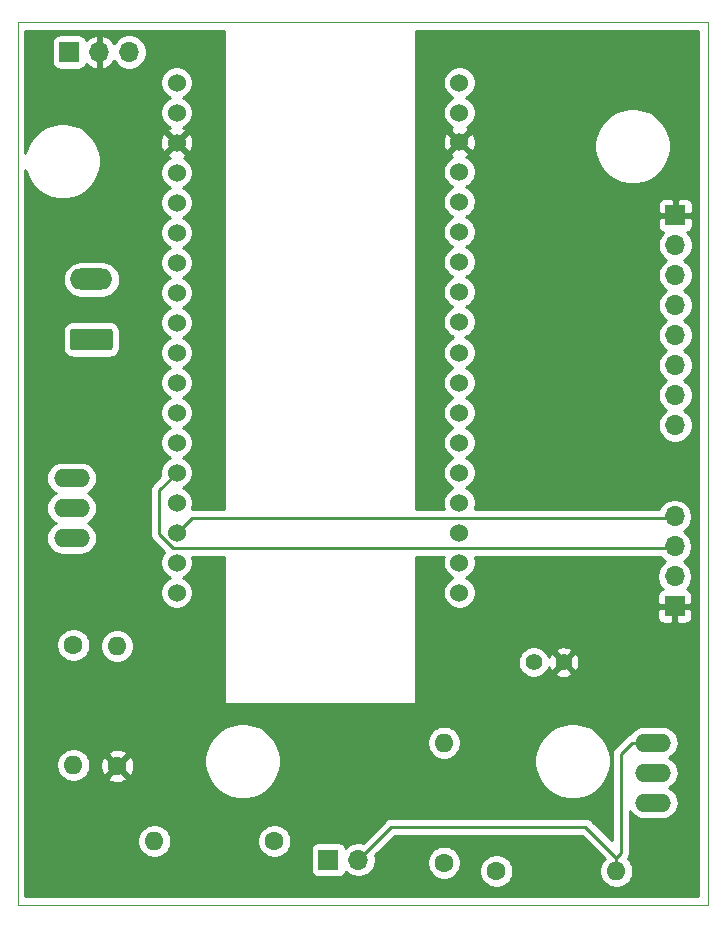
<source format=gbr>
G04 #@! TF.GenerationSoftware,KiCad,Pcbnew,5.1.5+dfsg1-2build2*
G04 #@! TF.CreationDate,2020-10-23T17:48:02-04:00*
G04 #@! TF.ProjectId,placa_manutencao_preventiva,706c6163-615f-46d6-916e-7574656e6361,rev?*
G04 #@! TF.SameCoordinates,Original*
G04 #@! TF.FileFunction,Copper,L2,Bot*
G04 #@! TF.FilePolarity,Positive*
%FSLAX46Y46*%
G04 Gerber Fmt 4.6, Leading zero omitted, Abs format (unit mm)*
G04 Created by KiCad (PCBNEW 5.1.5+dfsg1-2build2) date 2020-10-23 17:48:02*
%MOMM*%
%LPD*%
G04 APERTURE LIST*
%ADD10C,0.050000*%
%ADD11C,0.100000*%
%ADD12O,3.600000X1.800000*%
%ADD13R,1.700000X1.700000*%
%ADD14O,1.700000X1.700000*%
%ADD15O,3.048000X1.524000*%
%ADD16C,1.600000*%
%ADD17O,1.600000X1.600000*%
%ADD18C,1.524000*%
%ADD19C,1.400000*%
%ADD20C,0.250000*%
%ADD21C,0.254000*%
G04 APERTURE END LIST*
D10*
X77673200Y-14935200D02*
X77673200Y-15290800D01*
X77876400Y-14935200D02*
X77673200Y-14935200D01*
X136093200Y-14935200D02*
X77876400Y-14935200D01*
X136093200Y-89662000D02*
X136093200Y-14935200D01*
X77673200Y-89662000D02*
X136093200Y-89662000D01*
X77673200Y-15290800D02*
X77673200Y-89662000D01*
G04 #@! TA.AperFunction,ComponentPad*
D11*
G36*
X85496104Y-40909604D02*
G01*
X85520373Y-40913204D01*
X85544171Y-40919165D01*
X85567271Y-40927430D01*
X85589449Y-40937920D01*
X85610493Y-40950533D01*
X85630198Y-40965147D01*
X85648377Y-40981623D01*
X85664853Y-40999802D01*
X85679467Y-41019507D01*
X85692080Y-41040551D01*
X85702570Y-41062729D01*
X85710835Y-41085829D01*
X85716796Y-41109627D01*
X85720396Y-41133896D01*
X85721600Y-41158400D01*
X85721600Y-42458400D01*
X85720396Y-42482904D01*
X85716796Y-42507173D01*
X85710835Y-42530971D01*
X85702570Y-42554071D01*
X85692080Y-42576249D01*
X85679467Y-42597293D01*
X85664853Y-42616998D01*
X85648377Y-42635177D01*
X85630198Y-42651653D01*
X85610493Y-42666267D01*
X85589449Y-42678880D01*
X85567271Y-42689370D01*
X85544171Y-42697635D01*
X85520373Y-42703596D01*
X85496104Y-42707196D01*
X85471600Y-42708400D01*
X82371600Y-42708400D01*
X82347096Y-42707196D01*
X82322827Y-42703596D01*
X82299029Y-42697635D01*
X82275929Y-42689370D01*
X82253751Y-42678880D01*
X82232707Y-42666267D01*
X82213002Y-42651653D01*
X82194823Y-42635177D01*
X82178347Y-42616998D01*
X82163733Y-42597293D01*
X82151120Y-42576249D01*
X82140630Y-42554071D01*
X82132365Y-42530971D01*
X82126404Y-42507173D01*
X82122804Y-42482904D01*
X82121600Y-42458400D01*
X82121600Y-41158400D01*
X82122804Y-41133896D01*
X82126404Y-41109627D01*
X82132365Y-41085829D01*
X82140630Y-41062729D01*
X82151120Y-41040551D01*
X82163733Y-41019507D01*
X82178347Y-40999802D01*
X82194823Y-40981623D01*
X82213002Y-40965147D01*
X82232707Y-40950533D01*
X82253751Y-40937920D01*
X82275929Y-40927430D01*
X82299029Y-40919165D01*
X82322827Y-40913204D01*
X82347096Y-40909604D01*
X82371600Y-40908400D01*
X85471600Y-40908400D01*
X85496104Y-40909604D01*
G37*
G04 #@! TD.AperFunction*
D12*
X83921600Y-36728400D03*
D13*
X82042000Y-17475200D03*
D14*
X84582000Y-17475200D03*
X87122000Y-17475200D03*
D13*
X103987600Y-85852000D03*
D14*
X106527600Y-85852000D03*
D13*
X133350000Y-31292800D03*
D14*
X133350000Y-33832800D03*
X133350000Y-36372800D03*
X133350000Y-38912800D03*
X133350000Y-41452800D03*
X133350000Y-43992800D03*
X133350000Y-46532800D03*
X133350000Y-49072800D03*
D13*
X133299200Y-64414400D03*
D14*
X133299200Y-61874400D03*
X133299200Y-59334400D03*
X133299200Y-56794400D03*
D15*
X131470400Y-81026000D03*
X131470400Y-78486000D03*
X131470400Y-75946000D03*
X82245200Y-58623200D03*
X82245200Y-56083200D03*
X82245200Y-53543200D03*
D16*
X99415600Y-84277200D03*
D17*
X89255600Y-84277200D03*
X82397600Y-77825600D03*
D16*
X82397600Y-67665600D03*
X86106000Y-77927200D03*
D17*
X86106000Y-67767200D03*
X113792000Y-75946000D03*
D16*
X113792000Y-86106000D03*
X118211600Y-86817200D03*
D17*
X128371600Y-86817200D03*
D18*
X91135200Y-20066000D03*
X91135200Y-22606000D03*
X91135200Y-25146000D03*
X91135200Y-27686000D03*
X91135200Y-30226000D03*
X91135200Y-32766000D03*
X91135200Y-35306000D03*
X91135200Y-37846000D03*
X91135200Y-40386000D03*
X91135200Y-42926000D03*
X91135200Y-45466000D03*
X91135200Y-48006000D03*
X91135200Y-50546000D03*
X91135200Y-53086000D03*
X91135200Y-55626000D03*
X91135200Y-58166000D03*
X91135200Y-60706000D03*
X91135200Y-63246000D03*
X115074700Y-63246000D03*
X115074700Y-60706000D03*
X115074700Y-58166000D03*
X115074700Y-55626000D03*
X115074700Y-53086000D03*
X115074700Y-50546000D03*
X115074700Y-48006000D03*
X115074700Y-45466000D03*
X115074700Y-42926000D03*
X115074700Y-40322500D03*
X115074700Y-37782500D03*
X115074700Y-35242500D03*
X115074700Y-32702500D03*
X115074700Y-30162500D03*
X115074700Y-27622500D03*
X115074700Y-25082500D03*
X115074700Y-22606000D03*
X115074700Y-20066000D03*
D19*
X123901200Y-69138800D03*
X121361200Y-69138800D03*
D20*
X128371600Y-85685830D02*
X128727200Y-85330230D01*
X128371600Y-86817200D02*
X128371600Y-85685830D01*
X129696400Y-75946000D02*
X131470400Y-75946000D01*
X128727200Y-76915200D02*
X129696400Y-75946000D01*
X128727200Y-85330230D02*
X128727200Y-76915200D01*
X109321600Y-83058000D02*
X106527600Y-85852000D01*
X125743770Y-83058000D02*
X109321600Y-83058000D01*
X128371600Y-85685830D02*
X125743770Y-83058000D01*
X89662000Y-54559200D02*
X91135200Y-53086000D01*
X89662000Y-58301562D02*
X89662000Y-54559200D01*
X90796438Y-59436000D02*
X89662000Y-58301562D01*
X133197600Y-59436000D02*
X90796438Y-59436000D01*
X133299200Y-59334400D02*
X133197600Y-59436000D01*
X92405200Y-56896000D02*
X91135200Y-58166000D01*
X133197600Y-56896000D02*
X92405200Y-56896000D01*
X133299200Y-56794400D02*
X133197600Y-56896000D01*
D21*
G36*
X95123000Y-56136000D02*
G01*
X92442522Y-56136000D01*
X92436306Y-56135388D01*
X92478514Y-56033490D01*
X92532200Y-55763592D01*
X92532200Y-55488408D01*
X92478514Y-55218510D01*
X92373205Y-54964273D01*
X92220320Y-54735465D01*
X92025735Y-54540880D01*
X91796927Y-54387995D01*
X91719685Y-54356000D01*
X91796927Y-54324005D01*
X92025735Y-54171120D01*
X92220320Y-53976535D01*
X92373205Y-53747727D01*
X92478514Y-53493490D01*
X92532200Y-53223592D01*
X92532200Y-52948408D01*
X92478514Y-52678510D01*
X92373205Y-52424273D01*
X92220320Y-52195465D01*
X92025735Y-52000880D01*
X91796927Y-51847995D01*
X91719685Y-51816000D01*
X91796927Y-51784005D01*
X92025735Y-51631120D01*
X92220320Y-51436535D01*
X92373205Y-51207727D01*
X92478514Y-50953490D01*
X92532200Y-50683592D01*
X92532200Y-50408408D01*
X92478514Y-50138510D01*
X92373205Y-49884273D01*
X92220320Y-49655465D01*
X92025735Y-49460880D01*
X91796927Y-49307995D01*
X91719685Y-49276000D01*
X91796927Y-49244005D01*
X92025735Y-49091120D01*
X92220320Y-48896535D01*
X92373205Y-48667727D01*
X92478514Y-48413490D01*
X92532200Y-48143592D01*
X92532200Y-47868408D01*
X92478514Y-47598510D01*
X92373205Y-47344273D01*
X92220320Y-47115465D01*
X92025735Y-46920880D01*
X91796927Y-46767995D01*
X91719685Y-46736000D01*
X91796927Y-46704005D01*
X92025735Y-46551120D01*
X92220320Y-46356535D01*
X92373205Y-46127727D01*
X92478514Y-45873490D01*
X92532200Y-45603592D01*
X92532200Y-45328408D01*
X92478514Y-45058510D01*
X92373205Y-44804273D01*
X92220320Y-44575465D01*
X92025735Y-44380880D01*
X91796927Y-44227995D01*
X91719685Y-44196000D01*
X91796927Y-44164005D01*
X92025735Y-44011120D01*
X92220320Y-43816535D01*
X92373205Y-43587727D01*
X92478514Y-43333490D01*
X92532200Y-43063592D01*
X92532200Y-42788408D01*
X92478514Y-42518510D01*
X92373205Y-42264273D01*
X92220320Y-42035465D01*
X92025735Y-41840880D01*
X91796927Y-41687995D01*
X91719685Y-41656000D01*
X91796927Y-41624005D01*
X92025735Y-41471120D01*
X92220320Y-41276535D01*
X92373205Y-41047727D01*
X92478514Y-40793490D01*
X92532200Y-40523592D01*
X92532200Y-40248408D01*
X92478514Y-39978510D01*
X92373205Y-39724273D01*
X92220320Y-39495465D01*
X92025735Y-39300880D01*
X91796927Y-39147995D01*
X91719685Y-39116000D01*
X91796927Y-39084005D01*
X92025735Y-38931120D01*
X92220320Y-38736535D01*
X92373205Y-38507727D01*
X92478514Y-38253490D01*
X92532200Y-37983592D01*
X92532200Y-37708408D01*
X92478514Y-37438510D01*
X92373205Y-37184273D01*
X92220320Y-36955465D01*
X92025735Y-36760880D01*
X91796927Y-36607995D01*
X91719685Y-36576000D01*
X91796927Y-36544005D01*
X92025735Y-36391120D01*
X92220320Y-36196535D01*
X92373205Y-35967727D01*
X92478514Y-35713490D01*
X92532200Y-35443592D01*
X92532200Y-35168408D01*
X92478514Y-34898510D01*
X92373205Y-34644273D01*
X92220320Y-34415465D01*
X92025735Y-34220880D01*
X91796927Y-34067995D01*
X91719685Y-34036000D01*
X91796927Y-34004005D01*
X92025735Y-33851120D01*
X92220320Y-33656535D01*
X92373205Y-33427727D01*
X92478514Y-33173490D01*
X92532200Y-32903592D01*
X92532200Y-32628408D01*
X92478514Y-32358510D01*
X92373205Y-32104273D01*
X92220320Y-31875465D01*
X92025735Y-31680880D01*
X91796927Y-31527995D01*
X91719685Y-31496000D01*
X91796927Y-31464005D01*
X92025735Y-31311120D01*
X92220320Y-31116535D01*
X92373205Y-30887727D01*
X92478514Y-30633490D01*
X92532200Y-30363592D01*
X92532200Y-30088408D01*
X92478514Y-29818510D01*
X92373205Y-29564273D01*
X92220320Y-29335465D01*
X92025735Y-29140880D01*
X91796927Y-28987995D01*
X91719685Y-28956000D01*
X91796927Y-28924005D01*
X92025735Y-28771120D01*
X92220320Y-28576535D01*
X92373205Y-28347727D01*
X92478514Y-28093490D01*
X92532200Y-27823592D01*
X92532200Y-27548408D01*
X92478514Y-27278510D01*
X92373205Y-27024273D01*
X92220320Y-26795465D01*
X92025735Y-26600880D01*
X91796927Y-26447995D01*
X91725257Y-26418308D01*
X91738223Y-26413636D01*
X91854180Y-26351656D01*
X91921160Y-26111565D01*
X91135200Y-25325605D01*
X90349240Y-26111565D01*
X90416220Y-26351656D01*
X90551960Y-26415485D01*
X90473473Y-26447995D01*
X90244665Y-26600880D01*
X90050080Y-26795465D01*
X89897195Y-27024273D01*
X89791886Y-27278510D01*
X89738200Y-27548408D01*
X89738200Y-27823592D01*
X89791886Y-28093490D01*
X89897195Y-28347727D01*
X90050080Y-28576535D01*
X90244665Y-28771120D01*
X90473473Y-28924005D01*
X90550715Y-28956000D01*
X90473473Y-28987995D01*
X90244665Y-29140880D01*
X90050080Y-29335465D01*
X89897195Y-29564273D01*
X89791886Y-29818510D01*
X89738200Y-30088408D01*
X89738200Y-30363592D01*
X89791886Y-30633490D01*
X89897195Y-30887727D01*
X90050080Y-31116535D01*
X90244665Y-31311120D01*
X90473473Y-31464005D01*
X90550715Y-31496000D01*
X90473473Y-31527995D01*
X90244665Y-31680880D01*
X90050080Y-31875465D01*
X89897195Y-32104273D01*
X89791886Y-32358510D01*
X89738200Y-32628408D01*
X89738200Y-32903592D01*
X89791886Y-33173490D01*
X89897195Y-33427727D01*
X90050080Y-33656535D01*
X90244665Y-33851120D01*
X90473473Y-34004005D01*
X90550715Y-34036000D01*
X90473473Y-34067995D01*
X90244665Y-34220880D01*
X90050080Y-34415465D01*
X89897195Y-34644273D01*
X89791886Y-34898510D01*
X89738200Y-35168408D01*
X89738200Y-35443592D01*
X89791886Y-35713490D01*
X89897195Y-35967727D01*
X90050080Y-36196535D01*
X90244665Y-36391120D01*
X90473473Y-36544005D01*
X90550715Y-36576000D01*
X90473473Y-36607995D01*
X90244665Y-36760880D01*
X90050080Y-36955465D01*
X89897195Y-37184273D01*
X89791886Y-37438510D01*
X89738200Y-37708408D01*
X89738200Y-37983592D01*
X89791886Y-38253490D01*
X89897195Y-38507727D01*
X90050080Y-38736535D01*
X90244665Y-38931120D01*
X90473473Y-39084005D01*
X90550715Y-39116000D01*
X90473473Y-39147995D01*
X90244665Y-39300880D01*
X90050080Y-39495465D01*
X89897195Y-39724273D01*
X89791886Y-39978510D01*
X89738200Y-40248408D01*
X89738200Y-40523592D01*
X89791886Y-40793490D01*
X89897195Y-41047727D01*
X90050080Y-41276535D01*
X90244665Y-41471120D01*
X90473473Y-41624005D01*
X90550715Y-41656000D01*
X90473473Y-41687995D01*
X90244665Y-41840880D01*
X90050080Y-42035465D01*
X89897195Y-42264273D01*
X89791886Y-42518510D01*
X89738200Y-42788408D01*
X89738200Y-43063592D01*
X89791886Y-43333490D01*
X89897195Y-43587727D01*
X90050080Y-43816535D01*
X90244665Y-44011120D01*
X90473473Y-44164005D01*
X90550715Y-44196000D01*
X90473473Y-44227995D01*
X90244665Y-44380880D01*
X90050080Y-44575465D01*
X89897195Y-44804273D01*
X89791886Y-45058510D01*
X89738200Y-45328408D01*
X89738200Y-45603592D01*
X89791886Y-45873490D01*
X89897195Y-46127727D01*
X90050080Y-46356535D01*
X90244665Y-46551120D01*
X90473473Y-46704005D01*
X90550715Y-46736000D01*
X90473473Y-46767995D01*
X90244665Y-46920880D01*
X90050080Y-47115465D01*
X89897195Y-47344273D01*
X89791886Y-47598510D01*
X89738200Y-47868408D01*
X89738200Y-48143592D01*
X89791886Y-48413490D01*
X89897195Y-48667727D01*
X90050080Y-48896535D01*
X90244665Y-49091120D01*
X90473473Y-49244005D01*
X90550715Y-49276000D01*
X90473473Y-49307995D01*
X90244665Y-49460880D01*
X90050080Y-49655465D01*
X89897195Y-49884273D01*
X89791886Y-50138510D01*
X89738200Y-50408408D01*
X89738200Y-50683592D01*
X89791886Y-50953490D01*
X89897195Y-51207727D01*
X90050080Y-51436535D01*
X90244665Y-51631120D01*
X90473473Y-51784005D01*
X90550715Y-51816000D01*
X90473473Y-51847995D01*
X90244665Y-52000880D01*
X90050080Y-52195465D01*
X89897195Y-52424273D01*
X89791886Y-52678510D01*
X89738200Y-52948408D01*
X89738200Y-53223592D01*
X89768828Y-53377570D01*
X89150998Y-53995401D01*
X89122000Y-54019199D01*
X89098202Y-54048197D01*
X89098201Y-54048198D01*
X89027026Y-54134924D01*
X88956454Y-54266954D01*
X88912998Y-54410215D01*
X88898324Y-54559200D01*
X88902001Y-54596532D01*
X88902000Y-58264239D01*
X88898324Y-58301562D01*
X88902000Y-58338884D01*
X88902000Y-58338894D01*
X88912997Y-58450547D01*
X88949452Y-58570724D01*
X88956454Y-58593808D01*
X89027026Y-58725838D01*
X89066871Y-58774388D01*
X89121999Y-58841563D01*
X89151002Y-58865366D01*
X90075591Y-59789954D01*
X90050080Y-59815465D01*
X89897195Y-60044273D01*
X89791886Y-60298510D01*
X89738200Y-60568408D01*
X89738200Y-60843592D01*
X89791886Y-61113490D01*
X89897195Y-61367727D01*
X90050080Y-61596535D01*
X90244665Y-61791120D01*
X90473473Y-61944005D01*
X90550715Y-61976000D01*
X90473473Y-62007995D01*
X90244665Y-62160880D01*
X90050080Y-62355465D01*
X89897195Y-62584273D01*
X89791886Y-62838510D01*
X89738200Y-63108408D01*
X89738200Y-63383592D01*
X89791886Y-63653490D01*
X89897195Y-63907727D01*
X90050080Y-64136535D01*
X90244665Y-64331120D01*
X90473473Y-64484005D01*
X90727710Y-64589314D01*
X90997608Y-64643000D01*
X91272792Y-64643000D01*
X91542690Y-64589314D01*
X91796927Y-64484005D01*
X92025735Y-64331120D01*
X92220320Y-64136535D01*
X92373205Y-63907727D01*
X92478514Y-63653490D01*
X92532200Y-63383592D01*
X92532200Y-63108408D01*
X92478514Y-62838510D01*
X92373205Y-62584273D01*
X92220320Y-62355465D01*
X92025735Y-62160880D01*
X91796927Y-62007995D01*
X91719685Y-61976000D01*
X91796927Y-61944005D01*
X92025735Y-61791120D01*
X92220320Y-61596535D01*
X92373205Y-61367727D01*
X92478514Y-61113490D01*
X92532200Y-60843592D01*
X92532200Y-60568408D01*
X92478514Y-60298510D01*
X92436053Y-60196000D01*
X95123000Y-60196000D01*
X95123000Y-72542400D01*
X95125440Y-72567176D01*
X95132667Y-72591001D01*
X95144403Y-72612957D01*
X95160197Y-72632203D01*
X95179443Y-72647997D01*
X95201399Y-72659733D01*
X95225224Y-72666960D01*
X95250000Y-72669400D01*
X111302800Y-72669400D01*
X111327576Y-72666960D01*
X111351401Y-72659733D01*
X111373357Y-72647997D01*
X111392603Y-72632203D01*
X111408397Y-72612957D01*
X111420133Y-72591001D01*
X111427360Y-72567176D01*
X111429800Y-72542400D01*
X111429800Y-69007314D01*
X120026200Y-69007314D01*
X120026200Y-69270286D01*
X120077504Y-69528205D01*
X120178139Y-69771159D01*
X120324238Y-69989813D01*
X120510187Y-70175762D01*
X120728841Y-70321861D01*
X120971795Y-70422496D01*
X121229714Y-70473800D01*
X121492686Y-70473800D01*
X121750605Y-70422496D01*
X121993559Y-70321861D01*
X122212213Y-70175762D01*
X122327906Y-70060069D01*
X123159536Y-70060069D01*
X123218997Y-70293837D01*
X123457442Y-70404734D01*
X123712940Y-70466983D01*
X123975673Y-70478190D01*
X124235544Y-70437925D01*
X124482566Y-70347735D01*
X124583403Y-70293837D01*
X124642864Y-70060069D01*
X123901200Y-69318405D01*
X123159536Y-70060069D01*
X122327906Y-70060069D01*
X122398162Y-69989813D01*
X122544261Y-69771159D01*
X122632821Y-69557356D01*
X122692265Y-69720166D01*
X122746163Y-69821003D01*
X122979931Y-69880464D01*
X123721595Y-69138800D01*
X124080805Y-69138800D01*
X124822469Y-69880464D01*
X125056237Y-69821003D01*
X125167134Y-69582558D01*
X125229383Y-69327060D01*
X125240590Y-69064327D01*
X125200325Y-68804456D01*
X125110135Y-68557434D01*
X125056237Y-68456597D01*
X124822469Y-68397136D01*
X124080805Y-69138800D01*
X123721595Y-69138800D01*
X122979931Y-68397136D01*
X122746163Y-68456597D01*
X122635266Y-68695042D01*
X122630494Y-68714627D01*
X122544261Y-68506441D01*
X122398162Y-68287787D01*
X122327906Y-68217531D01*
X123159536Y-68217531D01*
X123901200Y-68959195D01*
X124642864Y-68217531D01*
X124583403Y-67983763D01*
X124344958Y-67872866D01*
X124089460Y-67810617D01*
X123826727Y-67799410D01*
X123566856Y-67839675D01*
X123319834Y-67929865D01*
X123218997Y-67983763D01*
X123159536Y-68217531D01*
X122327906Y-68217531D01*
X122212213Y-68101838D01*
X121993559Y-67955739D01*
X121750605Y-67855104D01*
X121492686Y-67803800D01*
X121229714Y-67803800D01*
X120971795Y-67855104D01*
X120728841Y-67955739D01*
X120510187Y-68101838D01*
X120324238Y-68287787D01*
X120178139Y-68506441D01*
X120077504Y-68749395D01*
X120026200Y-69007314D01*
X111429800Y-69007314D01*
X111429800Y-65264400D01*
X131811128Y-65264400D01*
X131823388Y-65388882D01*
X131859698Y-65508580D01*
X131918663Y-65618894D01*
X131998015Y-65715585D01*
X132094706Y-65794937D01*
X132205020Y-65853902D01*
X132324718Y-65890212D01*
X132449200Y-65902472D01*
X133013450Y-65899400D01*
X133172200Y-65740650D01*
X133172200Y-64541400D01*
X133426200Y-64541400D01*
X133426200Y-65740650D01*
X133584950Y-65899400D01*
X134149200Y-65902472D01*
X134273682Y-65890212D01*
X134393380Y-65853902D01*
X134503694Y-65794937D01*
X134600385Y-65715585D01*
X134679737Y-65618894D01*
X134738702Y-65508580D01*
X134775012Y-65388882D01*
X134787272Y-65264400D01*
X134784200Y-64700150D01*
X134625450Y-64541400D01*
X133426200Y-64541400D01*
X133172200Y-64541400D01*
X131972950Y-64541400D01*
X131814200Y-64700150D01*
X131811128Y-65264400D01*
X111429800Y-65264400D01*
X111429800Y-60196000D01*
X113773847Y-60196000D01*
X113731386Y-60298510D01*
X113677700Y-60568408D01*
X113677700Y-60843592D01*
X113731386Y-61113490D01*
X113836695Y-61367727D01*
X113989580Y-61596535D01*
X114184165Y-61791120D01*
X114412973Y-61944005D01*
X114490215Y-61976000D01*
X114412973Y-62007995D01*
X114184165Y-62160880D01*
X113989580Y-62355465D01*
X113836695Y-62584273D01*
X113731386Y-62838510D01*
X113677700Y-63108408D01*
X113677700Y-63383592D01*
X113731386Y-63653490D01*
X113836695Y-63907727D01*
X113989580Y-64136535D01*
X114184165Y-64331120D01*
X114412973Y-64484005D01*
X114667210Y-64589314D01*
X114937108Y-64643000D01*
X115212292Y-64643000D01*
X115482190Y-64589314D01*
X115736427Y-64484005D01*
X115965235Y-64331120D01*
X116159820Y-64136535D01*
X116312705Y-63907727D01*
X116418014Y-63653490D01*
X116471700Y-63383592D01*
X116471700Y-63108408D01*
X116418014Y-62838510D01*
X116312705Y-62584273D01*
X116159820Y-62355465D01*
X115965235Y-62160880D01*
X115736427Y-62007995D01*
X115659185Y-61976000D01*
X115736427Y-61944005D01*
X115965235Y-61791120D01*
X116159820Y-61596535D01*
X116312705Y-61367727D01*
X116418014Y-61113490D01*
X116471700Y-60843592D01*
X116471700Y-60568408D01*
X116418014Y-60298510D01*
X116375553Y-60196000D01*
X132088908Y-60196000D01*
X132145725Y-60281032D01*
X132352568Y-60487875D01*
X132526960Y-60604400D01*
X132352568Y-60720925D01*
X132145725Y-60927768D01*
X131983210Y-61170989D01*
X131871268Y-61441242D01*
X131814200Y-61728140D01*
X131814200Y-62020660D01*
X131871268Y-62307558D01*
X131983210Y-62577811D01*
X132145725Y-62821032D01*
X132277580Y-62952887D01*
X132205020Y-62974898D01*
X132094706Y-63033863D01*
X131998015Y-63113215D01*
X131918663Y-63209906D01*
X131859698Y-63320220D01*
X131823388Y-63439918D01*
X131811128Y-63564400D01*
X131814200Y-64128650D01*
X131972950Y-64287400D01*
X133172200Y-64287400D01*
X133172200Y-64267400D01*
X133426200Y-64267400D01*
X133426200Y-64287400D01*
X134625450Y-64287400D01*
X134784200Y-64128650D01*
X134787272Y-63564400D01*
X134775012Y-63439918D01*
X134738702Y-63320220D01*
X134679737Y-63209906D01*
X134600385Y-63113215D01*
X134503694Y-63033863D01*
X134393380Y-62974898D01*
X134320820Y-62952887D01*
X134452675Y-62821032D01*
X134615190Y-62577811D01*
X134727132Y-62307558D01*
X134784200Y-62020660D01*
X134784200Y-61728140D01*
X134727132Y-61441242D01*
X134615190Y-61170989D01*
X134452675Y-60927768D01*
X134245832Y-60720925D01*
X134071440Y-60604400D01*
X134245832Y-60487875D01*
X134452675Y-60281032D01*
X134615190Y-60037811D01*
X134727132Y-59767558D01*
X134784200Y-59480660D01*
X134784200Y-59188140D01*
X134727132Y-58901242D01*
X134615190Y-58630989D01*
X134452675Y-58387768D01*
X134245832Y-58180925D01*
X134071440Y-58064400D01*
X134245832Y-57947875D01*
X134452675Y-57741032D01*
X134615190Y-57497811D01*
X134727132Y-57227558D01*
X134784200Y-56940660D01*
X134784200Y-56648140D01*
X134727132Y-56361242D01*
X134615190Y-56090989D01*
X134452675Y-55847768D01*
X134245832Y-55640925D01*
X134002611Y-55478410D01*
X133732358Y-55366468D01*
X133445460Y-55309400D01*
X133152940Y-55309400D01*
X132866042Y-55366468D01*
X132595789Y-55478410D01*
X132352568Y-55640925D01*
X132145725Y-55847768D01*
X131983210Y-56090989D01*
X131964566Y-56136000D01*
X116375553Y-56136000D01*
X116418014Y-56033490D01*
X116471700Y-55763592D01*
X116471700Y-55488408D01*
X116418014Y-55218510D01*
X116312705Y-54964273D01*
X116159820Y-54735465D01*
X115965235Y-54540880D01*
X115736427Y-54387995D01*
X115659185Y-54356000D01*
X115736427Y-54324005D01*
X115965235Y-54171120D01*
X116159820Y-53976535D01*
X116312705Y-53747727D01*
X116418014Y-53493490D01*
X116471700Y-53223592D01*
X116471700Y-52948408D01*
X116418014Y-52678510D01*
X116312705Y-52424273D01*
X116159820Y-52195465D01*
X115965235Y-52000880D01*
X115736427Y-51847995D01*
X115659185Y-51816000D01*
X115736427Y-51784005D01*
X115965235Y-51631120D01*
X116159820Y-51436535D01*
X116312705Y-51207727D01*
X116418014Y-50953490D01*
X116471700Y-50683592D01*
X116471700Y-50408408D01*
X116418014Y-50138510D01*
X116312705Y-49884273D01*
X116159820Y-49655465D01*
X115965235Y-49460880D01*
X115736427Y-49307995D01*
X115659185Y-49276000D01*
X115736427Y-49244005D01*
X115965235Y-49091120D01*
X116159820Y-48896535D01*
X116312705Y-48667727D01*
X116418014Y-48413490D01*
X116471700Y-48143592D01*
X116471700Y-47868408D01*
X116418014Y-47598510D01*
X116312705Y-47344273D01*
X116159820Y-47115465D01*
X115965235Y-46920880D01*
X115736427Y-46767995D01*
X115659185Y-46736000D01*
X115736427Y-46704005D01*
X115965235Y-46551120D01*
X116159820Y-46356535D01*
X116312705Y-46127727D01*
X116418014Y-45873490D01*
X116471700Y-45603592D01*
X116471700Y-45328408D01*
X116418014Y-45058510D01*
X116312705Y-44804273D01*
X116159820Y-44575465D01*
X115965235Y-44380880D01*
X115736427Y-44227995D01*
X115659185Y-44196000D01*
X115736427Y-44164005D01*
X115965235Y-44011120D01*
X116159820Y-43816535D01*
X116312705Y-43587727D01*
X116418014Y-43333490D01*
X116471700Y-43063592D01*
X116471700Y-42788408D01*
X116418014Y-42518510D01*
X116312705Y-42264273D01*
X116159820Y-42035465D01*
X115965235Y-41840880D01*
X115736427Y-41687995D01*
X115582534Y-41624250D01*
X115736427Y-41560505D01*
X115965235Y-41407620D01*
X116159820Y-41213035D01*
X116312705Y-40984227D01*
X116418014Y-40729990D01*
X116471700Y-40460092D01*
X116471700Y-40184908D01*
X116418014Y-39915010D01*
X116312705Y-39660773D01*
X116159820Y-39431965D01*
X115965235Y-39237380D01*
X115736427Y-39084495D01*
X115659185Y-39052500D01*
X115736427Y-39020505D01*
X115965235Y-38867620D01*
X116159820Y-38673035D01*
X116312705Y-38444227D01*
X116418014Y-38189990D01*
X116471700Y-37920092D01*
X116471700Y-37644908D01*
X116418014Y-37375010D01*
X116312705Y-37120773D01*
X116159820Y-36891965D01*
X115965235Y-36697380D01*
X115736427Y-36544495D01*
X115659185Y-36512500D01*
X115736427Y-36480505D01*
X115965235Y-36327620D01*
X116159820Y-36133035D01*
X116312705Y-35904227D01*
X116418014Y-35649990D01*
X116471700Y-35380092D01*
X116471700Y-35104908D01*
X116418014Y-34835010D01*
X116312705Y-34580773D01*
X116159820Y-34351965D01*
X115965235Y-34157380D01*
X115736427Y-34004495D01*
X115659185Y-33972500D01*
X115736427Y-33940505D01*
X115965235Y-33787620D01*
X116159820Y-33593035D01*
X116312705Y-33364227D01*
X116418014Y-33109990D01*
X116471700Y-32840092D01*
X116471700Y-32564908D01*
X116418014Y-32295010D01*
X116354967Y-32142800D01*
X131861928Y-32142800D01*
X131874188Y-32267282D01*
X131910498Y-32386980D01*
X131969463Y-32497294D01*
X132048815Y-32593985D01*
X132145506Y-32673337D01*
X132255820Y-32732302D01*
X132328380Y-32754313D01*
X132196525Y-32886168D01*
X132034010Y-33129389D01*
X131922068Y-33399642D01*
X131865000Y-33686540D01*
X131865000Y-33979060D01*
X131922068Y-34265958D01*
X132034010Y-34536211D01*
X132196525Y-34779432D01*
X132403368Y-34986275D01*
X132577760Y-35102800D01*
X132403368Y-35219325D01*
X132196525Y-35426168D01*
X132034010Y-35669389D01*
X131922068Y-35939642D01*
X131865000Y-36226540D01*
X131865000Y-36519060D01*
X131922068Y-36805958D01*
X132034010Y-37076211D01*
X132196525Y-37319432D01*
X132403368Y-37526275D01*
X132577760Y-37642800D01*
X132403368Y-37759325D01*
X132196525Y-37966168D01*
X132034010Y-38209389D01*
X131922068Y-38479642D01*
X131865000Y-38766540D01*
X131865000Y-39059060D01*
X131922068Y-39345958D01*
X132034010Y-39616211D01*
X132196525Y-39859432D01*
X132403368Y-40066275D01*
X132577760Y-40182800D01*
X132403368Y-40299325D01*
X132196525Y-40506168D01*
X132034010Y-40749389D01*
X131922068Y-41019642D01*
X131865000Y-41306540D01*
X131865000Y-41599060D01*
X131922068Y-41885958D01*
X132034010Y-42156211D01*
X132196525Y-42399432D01*
X132403368Y-42606275D01*
X132577760Y-42722800D01*
X132403368Y-42839325D01*
X132196525Y-43046168D01*
X132034010Y-43289389D01*
X131922068Y-43559642D01*
X131865000Y-43846540D01*
X131865000Y-44139060D01*
X131922068Y-44425958D01*
X132034010Y-44696211D01*
X132196525Y-44939432D01*
X132403368Y-45146275D01*
X132577760Y-45262800D01*
X132403368Y-45379325D01*
X132196525Y-45586168D01*
X132034010Y-45829389D01*
X131922068Y-46099642D01*
X131865000Y-46386540D01*
X131865000Y-46679060D01*
X131922068Y-46965958D01*
X132034010Y-47236211D01*
X132196525Y-47479432D01*
X132403368Y-47686275D01*
X132577760Y-47802800D01*
X132403368Y-47919325D01*
X132196525Y-48126168D01*
X132034010Y-48369389D01*
X131922068Y-48639642D01*
X131865000Y-48926540D01*
X131865000Y-49219060D01*
X131922068Y-49505958D01*
X132034010Y-49776211D01*
X132196525Y-50019432D01*
X132403368Y-50226275D01*
X132646589Y-50388790D01*
X132916842Y-50500732D01*
X133203740Y-50557800D01*
X133496260Y-50557800D01*
X133783158Y-50500732D01*
X134053411Y-50388790D01*
X134296632Y-50226275D01*
X134503475Y-50019432D01*
X134665990Y-49776211D01*
X134777932Y-49505958D01*
X134835000Y-49219060D01*
X134835000Y-48926540D01*
X134777932Y-48639642D01*
X134665990Y-48369389D01*
X134503475Y-48126168D01*
X134296632Y-47919325D01*
X134122240Y-47802800D01*
X134296632Y-47686275D01*
X134503475Y-47479432D01*
X134665990Y-47236211D01*
X134777932Y-46965958D01*
X134835000Y-46679060D01*
X134835000Y-46386540D01*
X134777932Y-46099642D01*
X134665990Y-45829389D01*
X134503475Y-45586168D01*
X134296632Y-45379325D01*
X134122240Y-45262800D01*
X134296632Y-45146275D01*
X134503475Y-44939432D01*
X134665990Y-44696211D01*
X134777932Y-44425958D01*
X134835000Y-44139060D01*
X134835000Y-43846540D01*
X134777932Y-43559642D01*
X134665990Y-43289389D01*
X134503475Y-43046168D01*
X134296632Y-42839325D01*
X134122240Y-42722800D01*
X134296632Y-42606275D01*
X134503475Y-42399432D01*
X134665990Y-42156211D01*
X134777932Y-41885958D01*
X134835000Y-41599060D01*
X134835000Y-41306540D01*
X134777932Y-41019642D01*
X134665990Y-40749389D01*
X134503475Y-40506168D01*
X134296632Y-40299325D01*
X134122240Y-40182800D01*
X134296632Y-40066275D01*
X134503475Y-39859432D01*
X134665990Y-39616211D01*
X134777932Y-39345958D01*
X134835000Y-39059060D01*
X134835000Y-38766540D01*
X134777932Y-38479642D01*
X134665990Y-38209389D01*
X134503475Y-37966168D01*
X134296632Y-37759325D01*
X134122240Y-37642800D01*
X134296632Y-37526275D01*
X134503475Y-37319432D01*
X134665990Y-37076211D01*
X134777932Y-36805958D01*
X134835000Y-36519060D01*
X134835000Y-36226540D01*
X134777932Y-35939642D01*
X134665990Y-35669389D01*
X134503475Y-35426168D01*
X134296632Y-35219325D01*
X134122240Y-35102800D01*
X134296632Y-34986275D01*
X134503475Y-34779432D01*
X134665990Y-34536211D01*
X134777932Y-34265958D01*
X134835000Y-33979060D01*
X134835000Y-33686540D01*
X134777932Y-33399642D01*
X134665990Y-33129389D01*
X134503475Y-32886168D01*
X134371620Y-32754313D01*
X134444180Y-32732302D01*
X134554494Y-32673337D01*
X134651185Y-32593985D01*
X134730537Y-32497294D01*
X134789502Y-32386980D01*
X134825812Y-32267282D01*
X134838072Y-32142800D01*
X134835000Y-31578550D01*
X134676250Y-31419800D01*
X133477000Y-31419800D01*
X133477000Y-31439800D01*
X133223000Y-31439800D01*
X133223000Y-31419800D01*
X132023750Y-31419800D01*
X131865000Y-31578550D01*
X131861928Y-32142800D01*
X116354967Y-32142800D01*
X116312705Y-32040773D01*
X116159820Y-31811965D01*
X115965235Y-31617380D01*
X115736427Y-31464495D01*
X115659185Y-31432500D01*
X115736427Y-31400505D01*
X115965235Y-31247620D01*
X116159820Y-31053035D01*
X116312705Y-30824227D01*
X116418014Y-30569990D01*
X116443313Y-30442800D01*
X131861928Y-30442800D01*
X131865000Y-31007050D01*
X132023750Y-31165800D01*
X133223000Y-31165800D01*
X133223000Y-29966550D01*
X133477000Y-29966550D01*
X133477000Y-31165800D01*
X134676250Y-31165800D01*
X134835000Y-31007050D01*
X134838072Y-30442800D01*
X134825812Y-30318318D01*
X134789502Y-30198620D01*
X134730537Y-30088306D01*
X134651185Y-29991615D01*
X134554494Y-29912263D01*
X134444180Y-29853298D01*
X134324482Y-29816988D01*
X134200000Y-29804728D01*
X133635750Y-29807800D01*
X133477000Y-29966550D01*
X133223000Y-29966550D01*
X133064250Y-29807800D01*
X132500000Y-29804728D01*
X132375518Y-29816988D01*
X132255820Y-29853298D01*
X132145506Y-29912263D01*
X132048815Y-29991615D01*
X131969463Y-30088306D01*
X131910498Y-30198620D01*
X131874188Y-30318318D01*
X131861928Y-30442800D01*
X116443313Y-30442800D01*
X116471700Y-30300092D01*
X116471700Y-30024908D01*
X116418014Y-29755010D01*
X116312705Y-29500773D01*
X116159820Y-29271965D01*
X115965235Y-29077380D01*
X115736427Y-28924495D01*
X115659185Y-28892500D01*
X115736427Y-28860505D01*
X115965235Y-28707620D01*
X116159820Y-28513035D01*
X116312705Y-28284227D01*
X116418014Y-28029990D01*
X116471700Y-27760092D01*
X116471700Y-27484908D01*
X116418014Y-27215010D01*
X116312705Y-26960773D01*
X116159820Y-26731965D01*
X115965235Y-26537380D01*
X115736427Y-26384495D01*
X115664757Y-26354808D01*
X115677723Y-26350136D01*
X115793680Y-26288156D01*
X115860660Y-26048065D01*
X115074700Y-25262105D01*
X114288740Y-26048065D01*
X114355720Y-26288156D01*
X114491460Y-26351985D01*
X114412973Y-26384495D01*
X114184165Y-26537380D01*
X113989580Y-26731965D01*
X113836695Y-26960773D01*
X113731386Y-27215010D01*
X113677700Y-27484908D01*
X113677700Y-27760092D01*
X113731386Y-28029990D01*
X113836695Y-28284227D01*
X113989580Y-28513035D01*
X114184165Y-28707620D01*
X114412973Y-28860505D01*
X114490215Y-28892500D01*
X114412973Y-28924495D01*
X114184165Y-29077380D01*
X113989580Y-29271965D01*
X113836695Y-29500773D01*
X113731386Y-29755010D01*
X113677700Y-30024908D01*
X113677700Y-30300092D01*
X113731386Y-30569990D01*
X113836695Y-30824227D01*
X113989580Y-31053035D01*
X114184165Y-31247620D01*
X114412973Y-31400505D01*
X114490215Y-31432500D01*
X114412973Y-31464495D01*
X114184165Y-31617380D01*
X113989580Y-31811965D01*
X113836695Y-32040773D01*
X113731386Y-32295010D01*
X113677700Y-32564908D01*
X113677700Y-32840092D01*
X113731386Y-33109990D01*
X113836695Y-33364227D01*
X113989580Y-33593035D01*
X114184165Y-33787620D01*
X114412973Y-33940505D01*
X114490215Y-33972500D01*
X114412973Y-34004495D01*
X114184165Y-34157380D01*
X113989580Y-34351965D01*
X113836695Y-34580773D01*
X113731386Y-34835010D01*
X113677700Y-35104908D01*
X113677700Y-35380092D01*
X113731386Y-35649990D01*
X113836695Y-35904227D01*
X113989580Y-36133035D01*
X114184165Y-36327620D01*
X114412973Y-36480505D01*
X114490215Y-36512500D01*
X114412973Y-36544495D01*
X114184165Y-36697380D01*
X113989580Y-36891965D01*
X113836695Y-37120773D01*
X113731386Y-37375010D01*
X113677700Y-37644908D01*
X113677700Y-37920092D01*
X113731386Y-38189990D01*
X113836695Y-38444227D01*
X113989580Y-38673035D01*
X114184165Y-38867620D01*
X114412973Y-39020505D01*
X114490215Y-39052500D01*
X114412973Y-39084495D01*
X114184165Y-39237380D01*
X113989580Y-39431965D01*
X113836695Y-39660773D01*
X113731386Y-39915010D01*
X113677700Y-40184908D01*
X113677700Y-40460092D01*
X113731386Y-40729990D01*
X113836695Y-40984227D01*
X113989580Y-41213035D01*
X114184165Y-41407620D01*
X114412973Y-41560505D01*
X114566866Y-41624250D01*
X114412973Y-41687995D01*
X114184165Y-41840880D01*
X113989580Y-42035465D01*
X113836695Y-42264273D01*
X113731386Y-42518510D01*
X113677700Y-42788408D01*
X113677700Y-43063592D01*
X113731386Y-43333490D01*
X113836695Y-43587727D01*
X113989580Y-43816535D01*
X114184165Y-44011120D01*
X114412973Y-44164005D01*
X114490215Y-44196000D01*
X114412973Y-44227995D01*
X114184165Y-44380880D01*
X113989580Y-44575465D01*
X113836695Y-44804273D01*
X113731386Y-45058510D01*
X113677700Y-45328408D01*
X113677700Y-45603592D01*
X113731386Y-45873490D01*
X113836695Y-46127727D01*
X113989580Y-46356535D01*
X114184165Y-46551120D01*
X114412973Y-46704005D01*
X114490215Y-46736000D01*
X114412973Y-46767995D01*
X114184165Y-46920880D01*
X113989580Y-47115465D01*
X113836695Y-47344273D01*
X113731386Y-47598510D01*
X113677700Y-47868408D01*
X113677700Y-48143592D01*
X113731386Y-48413490D01*
X113836695Y-48667727D01*
X113989580Y-48896535D01*
X114184165Y-49091120D01*
X114412973Y-49244005D01*
X114490215Y-49276000D01*
X114412973Y-49307995D01*
X114184165Y-49460880D01*
X113989580Y-49655465D01*
X113836695Y-49884273D01*
X113731386Y-50138510D01*
X113677700Y-50408408D01*
X113677700Y-50683592D01*
X113731386Y-50953490D01*
X113836695Y-51207727D01*
X113989580Y-51436535D01*
X114184165Y-51631120D01*
X114412973Y-51784005D01*
X114490215Y-51816000D01*
X114412973Y-51847995D01*
X114184165Y-52000880D01*
X113989580Y-52195465D01*
X113836695Y-52424273D01*
X113731386Y-52678510D01*
X113677700Y-52948408D01*
X113677700Y-53223592D01*
X113731386Y-53493490D01*
X113836695Y-53747727D01*
X113989580Y-53976535D01*
X114184165Y-54171120D01*
X114412973Y-54324005D01*
X114490215Y-54356000D01*
X114412973Y-54387995D01*
X114184165Y-54540880D01*
X113989580Y-54735465D01*
X113836695Y-54964273D01*
X113731386Y-55218510D01*
X113677700Y-55488408D01*
X113677700Y-55763592D01*
X113731386Y-56033490D01*
X113773847Y-56136000D01*
X111429800Y-56136000D01*
X111429800Y-25154517D01*
X113672790Y-25154517D01*
X113713778Y-25426633D01*
X113807064Y-25685523D01*
X113869044Y-25801480D01*
X114109135Y-25868460D01*
X114895095Y-25082500D01*
X115254305Y-25082500D01*
X116040265Y-25868460D01*
X116280356Y-25801480D01*
X116397456Y-25552452D01*
X116463723Y-25285365D01*
X116470867Y-25132968D01*
X126516200Y-25132968D01*
X126516200Y-25768632D01*
X126640212Y-26392081D01*
X126883470Y-26979358D01*
X127236625Y-27507893D01*
X127686107Y-27957375D01*
X128214642Y-28310530D01*
X128801919Y-28553788D01*
X129425368Y-28677800D01*
X130061032Y-28677800D01*
X130684481Y-28553788D01*
X131271758Y-28310530D01*
X131800293Y-27957375D01*
X132249775Y-27507893D01*
X132602930Y-26979358D01*
X132846188Y-26392081D01*
X132970200Y-25768632D01*
X132970200Y-25132968D01*
X132846188Y-24509519D01*
X132602930Y-23922242D01*
X132249775Y-23393707D01*
X131800293Y-22944225D01*
X131271758Y-22591070D01*
X130684481Y-22347812D01*
X130061032Y-22223800D01*
X129425368Y-22223800D01*
X128801919Y-22347812D01*
X128214642Y-22591070D01*
X127686107Y-22944225D01*
X127236625Y-23393707D01*
X126883470Y-23922242D01*
X126640212Y-24509519D01*
X126516200Y-25132968D01*
X116470867Y-25132968D01*
X116476610Y-25010483D01*
X116435622Y-24738367D01*
X116342336Y-24479477D01*
X116280356Y-24363520D01*
X116040265Y-24296540D01*
X115254305Y-25082500D01*
X114895095Y-25082500D01*
X114109135Y-24296540D01*
X113869044Y-24363520D01*
X113751944Y-24612548D01*
X113685677Y-24879635D01*
X113672790Y-25154517D01*
X111429800Y-25154517D01*
X111429800Y-19928408D01*
X113677700Y-19928408D01*
X113677700Y-20203592D01*
X113731386Y-20473490D01*
X113836695Y-20727727D01*
X113989580Y-20956535D01*
X114184165Y-21151120D01*
X114412973Y-21304005D01*
X114490215Y-21336000D01*
X114412973Y-21367995D01*
X114184165Y-21520880D01*
X113989580Y-21715465D01*
X113836695Y-21944273D01*
X113731386Y-22198510D01*
X113677700Y-22468408D01*
X113677700Y-22743592D01*
X113731386Y-23013490D01*
X113836695Y-23267727D01*
X113989580Y-23496535D01*
X114184165Y-23691120D01*
X114412973Y-23844005D01*
X114415331Y-23844982D01*
X114355720Y-23876844D01*
X114288740Y-24116935D01*
X115074700Y-24902895D01*
X115860660Y-24116935D01*
X115793680Y-23876844D01*
X115729737Y-23846776D01*
X115736427Y-23844005D01*
X115965235Y-23691120D01*
X116159820Y-23496535D01*
X116312705Y-23267727D01*
X116418014Y-23013490D01*
X116471700Y-22743592D01*
X116471700Y-22468408D01*
X116418014Y-22198510D01*
X116312705Y-21944273D01*
X116159820Y-21715465D01*
X115965235Y-21520880D01*
X115736427Y-21367995D01*
X115659185Y-21336000D01*
X115736427Y-21304005D01*
X115965235Y-21151120D01*
X116159820Y-20956535D01*
X116312705Y-20727727D01*
X116418014Y-20473490D01*
X116471700Y-20203592D01*
X116471700Y-19928408D01*
X116418014Y-19658510D01*
X116312705Y-19404273D01*
X116159820Y-19175465D01*
X115965235Y-18980880D01*
X115736427Y-18827995D01*
X115482190Y-18722686D01*
X115212292Y-18669000D01*
X114937108Y-18669000D01*
X114667210Y-18722686D01*
X114412973Y-18827995D01*
X114184165Y-18980880D01*
X113989580Y-19175465D01*
X113836695Y-19404273D01*
X113731386Y-19658510D01*
X113677700Y-19928408D01*
X111429800Y-19928408D01*
X111429800Y-15671800D01*
X135305800Y-15671800D01*
X135305800Y-88925400D01*
X78333200Y-88925400D01*
X78333200Y-84135865D01*
X87820600Y-84135865D01*
X87820600Y-84418535D01*
X87875747Y-84695774D01*
X87983920Y-84956927D01*
X88140963Y-85191959D01*
X88340841Y-85391837D01*
X88575873Y-85548880D01*
X88837026Y-85657053D01*
X89114265Y-85712200D01*
X89396935Y-85712200D01*
X89674174Y-85657053D01*
X89935327Y-85548880D01*
X90170359Y-85391837D01*
X90370237Y-85191959D01*
X90527280Y-84956927D01*
X90635453Y-84695774D01*
X90690600Y-84418535D01*
X90690600Y-84135865D01*
X97980600Y-84135865D01*
X97980600Y-84418535D01*
X98035747Y-84695774D01*
X98143920Y-84956927D01*
X98300963Y-85191959D01*
X98500841Y-85391837D01*
X98735873Y-85548880D01*
X98997026Y-85657053D01*
X99274265Y-85712200D01*
X99556935Y-85712200D01*
X99834174Y-85657053D01*
X100095327Y-85548880D01*
X100330359Y-85391837D01*
X100530237Y-85191959D01*
X100657163Y-85002000D01*
X102499528Y-85002000D01*
X102499528Y-86702000D01*
X102511788Y-86826482D01*
X102548098Y-86946180D01*
X102607063Y-87056494D01*
X102686415Y-87153185D01*
X102783106Y-87232537D01*
X102893420Y-87291502D01*
X103013118Y-87327812D01*
X103137600Y-87340072D01*
X104837600Y-87340072D01*
X104962082Y-87327812D01*
X105081780Y-87291502D01*
X105192094Y-87232537D01*
X105288785Y-87153185D01*
X105368137Y-87056494D01*
X105427102Y-86946180D01*
X105449113Y-86873620D01*
X105580968Y-87005475D01*
X105824189Y-87167990D01*
X106094442Y-87279932D01*
X106381340Y-87337000D01*
X106673860Y-87337000D01*
X106960758Y-87279932D01*
X107231011Y-87167990D01*
X107474232Y-87005475D01*
X107681075Y-86798632D01*
X107843590Y-86555411D01*
X107955532Y-86285158D01*
X108012600Y-85998260D01*
X108012600Y-85964665D01*
X112357000Y-85964665D01*
X112357000Y-86247335D01*
X112412147Y-86524574D01*
X112520320Y-86785727D01*
X112677363Y-87020759D01*
X112877241Y-87220637D01*
X113112273Y-87377680D01*
X113373426Y-87485853D01*
X113650665Y-87541000D01*
X113933335Y-87541000D01*
X114210574Y-87485853D01*
X114471727Y-87377680D01*
X114706759Y-87220637D01*
X114906637Y-87020759D01*
X115063680Y-86785727D01*
X115109186Y-86675865D01*
X116776600Y-86675865D01*
X116776600Y-86958535D01*
X116831747Y-87235774D01*
X116939920Y-87496927D01*
X117096963Y-87731959D01*
X117296841Y-87931837D01*
X117531873Y-88088880D01*
X117793026Y-88197053D01*
X118070265Y-88252200D01*
X118352935Y-88252200D01*
X118630174Y-88197053D01*
X118891327Y-88088880D01*
X119126359Y-87931837D01*
X119326237Y-87731959D01*
X119483280Y-87496927D01*
X119591453Y-87235774D01*
X119646600Y-86958535D01*
X119646600Y-86675865D01*
X119591453Y-86398626D01*
X119483280Y-86137473D01*
X119326237Y-85902441D01*
X119126359Y-85702563D01*
X118891327Y-85545520D01*
X118630174Y-85437347D01*
X118352935Y-85382200D01*
X118070265Y-85382200D01*
X117793026Y-85437347D01*
X117531873Y-85545520D01*
X117296841Y-85702563D01*
X117096963Y-85902441D01*
X116939920Y-86137473D01*
X116831747Y-86398626D01*
X116776600Y-86675865D01*
X115109186Y-86675865D01*
X115171853Y-86524574D01*
X115227000Y-86247335D01*
X115227000Y-85964665D01*
X115171853Y-85687426D01*
X115063680Y-85426273D01*
X114906637Y-85191241D01*
X114706759Y-84991363D01*
X114471727Y-84834320D01*
X114210574Y-84726147D01*
X113933335Y-84671000D01*
X113650665Y-84671000D01*
X113373426Y-84726147D01*
X113112273Y-84834320D01*
X112877241Y-84991363D01*
X112677363Y-85191241D01*
X112520320Y-85426273D01*
X112412147Y-85687426D01*
X112357000Y-85964665D01*
X108012600Y-85964665D01*
X108012600Y-85705740D01*
X107968809Y-85485592D01*
X109636402Y-83818000D01*
X125428969Y-83818000D01*
X127385186Y-85774218D01*
X127256963Y-85902441D01*
X127099920Y-86137473D01*
X126991747Y-86398626D01*
X126936600Y-86675865D01*
X126936600Y-86958535D01*
X126991747Y-87235774D01*
X127099920Y-87496927D01*
X127256963Y-87731959D01*
X127456841Y-87931837D01*
X127691873Y-88088880D01*
X127953026Y-88197053D01*
X128230265Y-88252200D01*
X128512935Y-88252200D01*
X128790174Y-88197053D01*
X129051327Y-88088880D01*
X129286359Y-87931837D01*
X129486237Y-87731959D01*
X129643280Y-87496927D01*
X129751453Y-87235774D01*
X129806600Y-86958535D01*
X129806600Y-86675865D01*
X129751453Y-86398626D01*
X129643280Y-86137473D01*
X129486237Y-85902441D01*
X129351414Y-85767618D01*
X129362174Y-85754506D01*
X129432746Y-85622477D01*
X129476203Y-85479216D01*
X129487200Y-85367563D01*
X129487200Y-85367554D01*
X129490876Y-85330231D01*
X129487200Y-85292908D01*
X129487200Y-81704828D01*
X129541217Y-81805887D01*
X129715792Y-82018608D01*
X129928513Y-82193183D01*
X130171205Y-82322904D01*
X130434540Y-82402786D01*
X130639775Y-82423000D01*
X132301025Y-82423000D01*
X132506260Y-82402786D01*
X132769595Y-82322904D01*
X133012287Y-82193183D01*
X133225008Y-82018608D01*
X133399583Y-81805887D01*
X133529304Y-81563195D01*
X133609186Y-81299860D01*
X133636159Y-81026000D01*
X133609186Y-80752140D01*
X133529304Y-80488805D01*
X133399583Y-80246113D01*
X133225008Y-80033392D01*
X133012287Y-79858817D01*
X132819929Y-79756000D01*
X133012287Y-79653183D01*
X133225008Y-79478608D01*
X133399583Y-79265887D01*
X133529304Y-79023195D01*
X133609186Y-78759860D01*
X133636159Y-78486000D01*
X133609186Y-78212140D01*
X133529304Y-77948805D01*
X133399583Y-77706113D01*
X133225008Y-77493392D01*
X133012287Y-77318817D01*
X132819929Y-77216000D01*
X133012287Y-77113183D01*
X133225008Y-76938608D01*
X133399583Y-76725887D01*
X133529304Y-76483195D01*
X133609186Y-76219860D01*
X133636159Y-75946000D01*
X133609186Y-75672140D01*
X133529304Y-75408805D01*
X133399583Y-75166113D01*
X133225008Y-74953392D01*
X133012287Y-74778817D01*
X132769595Y-74649096D01*
X132506260Y-74569214D01*
X132301025Y-74549000D01*
X130639775Y-74549000D01*
X130434540Y-74569214D01*
X130171205Y-74649096D01*
X129928513Y-74778817D01*
X129715792Y-74953392D01*
X129541217Y-75166113D01*
X129520316Y-75205217D01*
X129404153Y-75240454D01*
X129272124Y-75311026D01*
X129156399Y-75405999D01*
X129132601Y-75434997D01*
X128216198Y-76351401D01*
X128187200Y-76375199D01*
X128163402Y-76404197D01*
X128163401Y-76404198D01*
X128092226Y-76490924D01*
X128021654Y-76622954D01*
X127978198Y-76766215D01*
X127963524Y-76915200D01*
X127967201Y-76952532D01*
X127967200Y-84206628D01*
X126307574Y-82547003D01*
X126283771Y-82517999D01*
X126168046Y-82423026D01*
X126036017Y-82352454D01*
X125892756Y-82308997D01*
X125781103Y-82298000D01*
X125781092Y-82298000D01*
X125743770Y-82294324D01*
X125706448Y-82298000D01*
X109358925Y-82298000D01*
X109321600Y-82294324D01*
X109284275Y-82298000D01*
X109284267Y-82298000D01*
X109172614Y-82308997D01*
X109029353Y-82352454D01*
X108897324Y-82423026D01*
X108781599Y-82517999D01*
X108757801Y-82546997D01*
X106894008Y-84410791D01*
X106673860Y-84367000D01*
X106381340Y-84367000D01*
X106094442Y-84424068D01*
X105824189Y-84536010D01*
X105580968Y-84698525D01*
X105449113Y-84830380D01*
X105427102Y-84757820D01*
X105368137Y-84647506D01*
X105288785Y-84550815D01*
X105192094Y-84471463D01*
X105081780Y-84412498D01*
X104962082Y-84376188D01*
X104837600Y-84363928D01*
X103137600Y-84363928D01*
X103013118Y-84376188D01*
X102893420Y-84412498D01*
X102783106Y-84471463D01*
X102686415Y-84550815D01*
X102607063Y-84647506D01*
X102548098Y-84757820D01*
X102511788Y-84877518D01*
X102499528Y-85002000D01*
X100657163Y-85002000D01*
X100687280Y-84956927D01*
X100795453Y-84695774D01*
X100850600Y-84418535D01*
X100850600Y-84135865D01*
X100795453Y-83858626D01*
X100687280Y-83597473D01*
X100530237Y-83362441D01*
X100330359Y-83162563D01*
X100095327Y-83005520D01*
X99834174Y-82897347D01*
X99556935Y-82842200D01*
X99274265Y-82842200D01*
X98997026Y-82897347D01*
X98735873Y-83005520D01*
X98500841Y-83162563D01*
X98300963Y-83362441D01*
X98143920Y-83597473D01*
X98035747Y-83858626D01*
X97980600Y-84135865D01*
X90690600Y-84135865D01*
X90635453Y-83858626D01*
X90527280Y-83597473D01*
X90370237Y-83362441D01*
X90170359Y-83162563D01*
X89935327Y-83005520D01*
X89674174Y-82897347D01*
X89396935Y-82842200D01*
X89114265Y-82842200D01*
X88837026Y-82897347D01*
X88575873Y-83005520D01*
X88340841Y-83162563D01*
X88140963Y-83362441D01*
X87983920Y-83597473D01*
X87875747Y-83858626D01*
X87820600Y-84135865D01*
X78333200Y-84135865D01*
X78333200Y-77684265D01*
X80962600Y-77684265D01*
X80962600Y-77966935D01*
X81017747Y-78244174D01*
X81125920Y-78505327D01*
X81282963Y-78740359D01*
X81482841Y-78940237D01*
X81717873Y-79097280D01*
X81979026Y-79205453D01*
X82256265Y-79260600D01*
X82538935Y-79260600D01*
X82816174Y-79205453D01*
X83077327Y-79097280D01*
X83312359Y-78940237D01*
X83332694Y-78919902D01*
X85292903Y-78919902D01*
X85364486Y-79163871D01*
X85619996Y-79284771D01*
X85894184Y-79353500D01*
X86176512Y-79367417D01*
X86456130Y-79325987D01*
X86722292Y-79230803D01*
X86847514Y-79163871D01*
X86919097Y-78919902D01*
X86106000Y-78106805D01*
X85292903Y-78919902D01*
X83332694Y-78919902D01*
X83512237Y-78740359D01*
X83669280Y-78505327D01*
X83777453Y-78244174D01*
X83826477Y-77997712D01*
X84665783Y-77997712D01*
X84707213Y-78277330D01*
X84802397Y-78543492D01*
X84869329Y-78668714D01*
X85113298Y-78740297D01*
X85926395Y-77927200D01*
X86285605Y-77927200D01*
X87098702Y-78740297D01*
X87342671Y-78668714D01*
X87463571Y-78413204D01*
X87532300Y-78139016D01*
X87546217Y-77856688D01*
X87504787Y-77577070D01*
X87409603Y-77310908D01*
X87351909Y-77202968D01*
X93496200Y-77202968D01*
X93496200Y-77838632D01*
X93620212Y-78462081D01*
X93863470Y-79049358D01*
X94216625Y-79577893D01*
X94666107Y-80027375D01*
X95194642Y-80380530D01*
X95781919Y-80623788D01*
X96405368Y-80747800D01*
X97041032Y-80747800D01*
X97664481Y-80623788D01*
X98251758Y-80380530D01*
X98780293Y-80027375D01*
X99229775Y-79577893D01*
X99582930Y-79049358D01*
X99826188Y-78462081D01*
X99950200Y-77838632D01*
X99950200Y-77202968D01*
X99826188Y-76579519D01*
X99582930Y-75992242D01*
X99457596Y-75804665D01*
X112357000Y-75804665D01*
X112357000Y-76087335D01*
X112412147Y-76364574D01*
X112520320Y-76625727D01*
X112677363Y-76860759D01*
X112877241Y-77060637D01*
X113112273Y-77217680D01*
X113373426Y-77325853D01*
X113650665Y-77381000D01*
X113933335Y-77381000D01*
X114210574Y-77325853D01*
X114471727Y-77217680D01*
X114493745Y-77202968D01*
X121436200Y-77202968D01*
X121436200Y-77838632D01*
X121560212Y-78462081D01*
X121803470Y-79049358D01*
X122156625Y-79577893D01*
X122606107Y-80027375D01*
X123134642Y-80380530D01*
X123721919Y-80623788D01*
X124345368Y-80747800D01*
X124981032Y-80747800D01*
X125604481Y-80623788D01*
X126191758Y-80380530D01*
X126720293Y-80027375D01*
X127169775Y-79577893D01*
X127522930Y-79049358D01*
X127766188Y-78462081D01*
X127890200Y-77838632D01*
X127890200Y-77202968D01*
X127766188Y-76579519D01*
X127522930Y-75992242D01*
X127169775Y-75463707D01*
X126720293Y-75014225D01*
X126191758Y-74661070D01*
X125604481Y-74417812D01*
X124981032Y-74293800D01*
X124345368Y-74293800D01*
X123721919Y-74417812D01*
X123134642Y-74661070D01*
X122606107Y-75014225D01*
X122156625Y-75463707D01*
X121803470Y-75992242D01*
X121560212Y-76579519D01*
X121436200Y-77202968D01*
X114493745Y-77202968D01*
X114706759Y-77060637D01*
X114906637Y-76860759D01*
X115063680Y-76625727D01*
X115171853Y-76364574D01*
X115227000Y-76087335D01*
X115227000Y-75804665D01*
X115171853Y-75527426D01*
X115063680Y-75266273D01*
X114906637Y-75031241D01*
X114706759Y-74831363D01*
X114471727Y-74674320D01*
X114210574Y-74566147D01*
X113933335Y-74511000D01*
X113650665Y-74511000D01*
X113373426Y-74566147D01*
X113112273Y-74674320D01*
X112877241Y-74831363D01*
X112677363Y-75031241D01*
X112520320Y-75266273D01*
X112412147Y-75527426D01*
X112357000Y-75804665D01*
X99457596Y-75804665D01*
X99229775Y-75463707D01*
X98780293Y-75014225D01*
X98251758Y-74661070D01*
X97664481Y-74417812D01*
X97041032Y-74293800D01*
X96405368Y-74293800D01*
X95781919Y-74417812D01*
X95194642Y-74661070D01*
X94666107Y-75014225D01*
X94216625Y-75463707D01*
X93863470Y-75992242D01*
X93620212Y-76579519D01*
X93496200Y-77202968D01*
X87351909Y-77202968D01*
X87342671Y-77185686D01*
X87098702Y-77114103D01*
X86285605Y-77927200D01*
X85926395Y-77927200D01*
X85113298Y-77114103D01*
X84869329Y-77185686D01*
X84748429Y-77441196D01*
X84679700Y-77715384D01*
X84665783Y-77997712D01*
X83826477Y-77997712D01*
X83832600Y-77966935D01*
X83832600Y-77684265D01*
X83777453Y-77407026D01*
X83669280Y-77145873D01*
X83528045Y-76934498D01*
X85292903Y-76934498D01*
X86106000Y-77747595D01*
X86919097Y-76934498D01*
X86847514Y-76690529D01*
X86592004Y-76569629D01*
X86317816Y-76500900D01*
X86035488Y-76486983D01*
X85755870Y-76528413D01*
X85489708Y-76623597D01*
X85364486Y-76690529D01*
X85292903Y-76934498D01*
X83528045Y-76934498D01*
X83512237Y-76910841D01*
X83312359Y-76710963D01*
X83077327Y-76553920D01*
X82816174Y-76445747D01*
X82538935Y-76390600D01*
X82256265Y-76390600D01*
X81979026Y-76445747D01*
X81717873Y-76553920D01*
X81482841Y-76710963D01*
X81282963Y-76910841D01*
X81125920Y-77145873D01*
X81017747Y-77407026D01*
X80962600Y-77684265D01*
X78333200Y-77684265D01*
X78333200Y-67524265D01*
X80962600Y-67524265D01*
X80962600Y-67806935D01*
X81017747Y-68084174D01*
X81125920Y-68345327D01*
X81282963Y-68580359D01*
X81482841Y-68780237D01*
X81717873Y-68937280D01*
X81979026Y-69045453D01*
X82256265Y-69100600D01*
X82538935Y-69100600D01*
X82816174Y-69045453D01*
X83077327Y-68937280D01*
X83312359Y-68780237D01*
X83512237Y-68580359D01*
X83669280Y-68345327D01*
X83777453Y-68084174D01*
X83832600Y-67806935D01*
X83832600Y-67625865D01*
X84671000Y-67625865D01*
X84671000Y-67908535D01*
X84726147Y-68185774D01*
X84834320Y-68446927D01*
X84991363Y-68681959D01*
X85191241Y-68881837D01*
X85426273Y-69038880D01*
X85687426Y-69147053D01*
X85964665Y-69202200D01*
X86247335Y-69202200D01*
X86524574Y-69147053D01*
X86785727Y-69038880D01*
X87020759Y-68881837D01*
X87220637Y-68681959D01*
X87377680Y-68446927D01*
X87485853Y-68185774D01*
X87541000Y-67908535D01*
X87541000Y-67625865D01*
X87485853Y-67348626D01*
X87377680Y-67087473D01*
X87220637Y-66852441D01*
X87020759Y-66652563D01*
X86785727Y-66495520D01*
X86524574Y-66387347D01*
X86247335Y-66332200D01*
X85964665Y-66332200D01*
X85687426Y-66387347D01*
X85426273Y-66495520D01*
X85191241Y-66652563D01*
X84991363Y-66852441D01*
X84834320Y-67087473D01*
X84726147Y-67348626D01*
X84671000Y-67625865D01*
X83832600Y-67625865D01*
X83832600Y-67524265D01*
X83777453Y-67247026D01*
X83669280Y-66985873D01*
X83512237Y-66750841D01*
X83312359Y-66550963D01*
X83077327Y-66393920D01*
X82816174Y-66285747D01*
X82538935Y-66230600D01*
X82256265Y-66230600D01*
X81979026Y-66285747D01*
X81717873Y-66393920D01*
X81482841Y-66550963D01*
X81282963Y-66750841D01*
X81125920Y-66985873D01*
X81017747Y-67247026D01*
X80962600Y-67524265D01*
X78333200Y-67524265D01*
X78333200Y-53543200D01*
X80079441Y-53543200D01*
X80106414Y-53817060D01*
X80186296Y-54080395D01*
X80316017Y-54323087D01*
X80490592Y-54535808D01*
X80703313Y-54710383D01*
X80895671Y-54813200D01*
X80703313Y-54916017D01*
X80490592Y-55090592D01*
X80316017Y-55303313D01*
X80186296Y-55546005D01*
X80106414Y-55809340D01*
X80079441Y-56083200D01*
X80106414Y-56357060D01*
X80186296Y-56620395D01*
X80316017Y-56863087D01*
X80490592Y-57075808D01*
X80703313Y-57250383D01*
X80895671Y-57353200D01*
X80703313Y-57456017D01*
X80490592Y-57630592D01*
X80316017Y-57843313D01*
X80186296Y-58086005D01*
X80106414Y-58349340D01*
X80079441Y-58623200D01*
X80106414Y-58897060D01*
X80186296Y-59160395D01*
X80316017Y-59403087D01*
X80490592Y-59615808D01*
X80703313Y-59790383D01*
X80946005Y-59920104D01*
X81209340Y-59999986D01*
X81414575Y-60020200D01*
X83075825Y-60020200D01*
X83281060Y-59999986D01*
X83544395Y-59920104D01*
X83787087Y-59790383D01*
X83999808Y-59615808D01*
X84174383Y-59403087D01*
X84304104Y-59160395D01*
X84383986Y-58897060D01*
X84410959Y-58623200D01*
X84383986Y-58349340D01*
X84304104Y-58086005D01*
X84174383Y-57843313D01*
X83999808Y-57630592D01*
X83787087Y-57456017D01*
X83594729Y-57353200D01*
X83787087Y-57250383D01*
X83999808Y-57075808D01*
X84174383Y-56863087D01*
X84304104Y-56620395D01*
X84383986Y-56357060D01*
X84410959Y-56083200D01*
X84383986Y-55809340D01*
X84304104Y-55546005D01*
X84174383Y-55303313D01*
X83999808Y-55090592D01*
X83787087Y-54916017D01*
X83594729Y-54813200D01*
X83787087Y-54710383D01*
X83999808Y-54535808D01*
X84174383Y-54323087D01*
X84304104Y-54080395D01*
X84383986Y-53817060D01*
X84410959Y-53543200D01*
X84383986Y-53269340D01*
X84304104Y-53006005D01*
X84174383Y-52763313D01*
X83999808Y-52550592D01*
X83787087Y-52376017D01*
X83544395Y-52246296D01*
X83281060Y-52166414D01*
X83075825Y-52146200D01*
X81414575Y-52146200D01*
X81209340Y-52166414D01*
X80946005Y-52246296D01*
X80703313Y-52376017D01*
X80490592Y-52550592D01*
X80316017Y-52763313D01*
X80186296Y-53006005D01*
X80106414Y-53269340D01*
X80079441Y-53543200D01*
X78333200Y-53543200D01*
X78333200Y-41158400D01*
X81483528Y-41158400D01*
X81483528Y-42458400D01*
X81500592Y-42631654D01*
X81551128Y-42798250D01*
X81633195Y-42951786D01*
X81743638Y-43086362D01*
X81878214Y-43196805D01*
X82031750Y-43278872D01*
X82198346Y-43329408D01*
X82371600Y-43346472D01*
X85471600Y-43346472D01*
X85644854Y-43329408D01*
X85811450Y-43278872D01*
X85964986Y-43196805D01*
X86099562Y-43086362D01*
X86210005Y-42951786D01*
X86292072Y-42798250D01*
X86342608Y-42631654D01*
X86359672Y-42458400D01*
X86359672Y-41158400D01*
X86342608Y-40985146D01*
X86292072Y-40818550D01*
X86210005Y-40665014D01*
X86099562Y-40530438D01*
X85964986Y-40419995D01*
X85811450Y-40337928D01*
X85644854Y-40287392D01*
X85471600Y-40270328D01*
X82371600Y-40270328D01*
X82198346Y-40287392D01*
X82031750Y-40337928D01*
X81878214Y-40419995D01*
X81743638Y-40530438D01*
X81633195Y-40665014D01*
X81551128Y-40818550D01*
X81500592Y-40985146D01*
X81483528Y-41158400D01*
X78333200Y-41158400D01*
X78333200Y-36728400D01*
X81479173Y-36728400D01*
X81508810Y-37029313D01*
X81596583Y-37318661D01*
X81739119Y-37585327D01*
X81930939Y-37819061D01*
X82164673Y-38010881D01*
X82431339Y-38153417D01*
X82720687Y-38241190D01*
X82946192Y-38263400D01*
X84897008Y-38263400D01*
X85122513Y-38241190D01*
X85411861Y-38153417D01*
X85678527Y-38010881D01*
X85912261Y-37819061D01*
X86104081Y-37585327D01*
X86246617Y-37318661D01*
X86334390Y-37029313D01*
X86364027Y-36728400D01*
X86334390Y-36427487D01*
X86246617Y-36138139D01*
X86104081Y-35871473D01*
X85912261Y-35637739D01*
X85678527Y-35445919D01*
X85411861Y-35303383D01*
X85122513Y-35215610D01*
X84897008Y-35193400D01*
X82946192Y-35193400D01*
X82720687Y-35215610D01*
X82431339Y-35303383D01*
X82164673Y-35445919D01*
X81930939Y-35637739D01*
X81739119Y-35871473D01*
X81596583Y-36138139D01*
X81508810Y-36427487D01*
X81479173Y-36728400D01*
X78333200Y-36728400D01*
X78333200Y-27425736D01*
X78380212Y-27662081D01*
X78623470Y-28249358D01*
X78976625Y-28777893D01*
X79426107Y-29227375D01*
X79954642Y-29580530D01*
X80541919Y-29823788D01*
X81165368Y-29947800D01*
X81801032Y-29947800D01*
X82424481Y-29823788D01*
X83011758Y-29580530D01*
X83540293Y-29227375D01*
X83989775Y-28777893D01*
X84342930Y-28249358D01*
X84586188Y-27662081D01*
X84710200Y-27038632D01*
X84710200Y-26402968D01*
X84586188Y-25779519D01*
X84353607Y-25218017D01*
X89733290Y-25218017D01*
X89774278Y-25490133D01*
X89867564Y-25749023D01*
X89929544Y-25864980D01*
X90169635Y-25931960D01*
X90955595Y-25146000D01*
X91314805Y-25146000D01*
X92100765Y-25931960D01*
X92340856Y-25864980D01*
X92457956Y-25615952D01*
X92524223Y-25348865D01*
X92537110Y-25073983D01*
X92496122Y-24801867D01*
X92402836Y-24542977D01*
X92340856Y-24427020D01*
X92100765Y-24360040D01*
X91314805Y-25146000D01*
X90955595Y-25146000D01*
X90169635Y-24360040D01*
X89929544Y-24427020D01*
X89812444Y-24676048D01*
X89746177Y-24943135D01*
X89733290Y-25218017D01*
X84353607Y-25218017D01*
X84342930Y-25192242D01*
X83989775Y-24663707D01*
X83540293Y-24214225D01*
X83011758Y-23861070D01*
X82424481Y-23617812D01*
X81801032Y-23493800D01*
X81165368Y-23493800D01*
X80541919Y-23617812D01*
X79954642Y-23861070D01*
X79426107Y-24214225D01*
X78976625Y-24663707D01*
X78623470Y-25192242D01*
X78380212Y-25779519D01*
X78333200Y-26015864D01*
X78333200Y-19928408D01*
X89738200Y-19928408D01*
X89738200Y-20203592D01*
X89791886Y-20473490D01*
X89897195Y-20727727D01*
X90050080Y-20956535D01*
X90244665Y-21151120D01*
X90473473Y-21304005D01*
X90550715Y-21336000D01*
X90473473Y-21367995D01*
X90244665Y-21520880D01*
X90050080Y-21715465D01*
X89897195Y-21944273D01*
X89791886Y-22198510D01*
X89738200Y-22468408D01*
X89738200Y-22743592D01*
X89791886Y-23013490D01*
X89897195Y-23267727D01*
X90050080Y-23496535D01*
X90244665Y-23691120D01*
X90473473Y-23844005D01*
X90545143Y-23873692D01*
X90532177Y-23878364D01*
X90416220Y-23940344D01*
X90349240Y-24180435D01*
X91135200Y-24966395D01*
X91921160Y-24180435D01*
X91854180Y-23940344D01*
X91718440Y-23876515D01*
X91796927Y-23844005D01*
X92025735Y-23691120D01*
X92220320Y-23496535D01*
X92373205Y-23267727D01*
X92478514Y-23013490D01*
X92532200Y-22743592D01*
X92532200Y-22468408D01*
X92478514Y-22198510D01*
X92373205Y-21944273D01*
X92220320Y-21715465D01*
X92025735Y-21520880D01*
X91796927Y-21367995D01*
X91719685Y-21336000D01*
X91796927Y-21304005D01*
X92025735Y-21151120D01*
X92220320Y-20956535D01*
X92373205Y-20727727D01*
X92478514Y-20473490D01*
X92532200Y-20203592D01*
X92532200Y-19928408D01*
X92478514Y-19658510D01*
X92373205Y-19404273D01*
X92220320Y-19175465D01*
X92025735Y-18980880D01*
X91796927Y-18827995D01*
X91542690Y-18722686D01*
X91272792Y-18669000D01*
X90997608Y-18669000D01*
X90727710Y-18722686D01*
X90473473Y-18827995D01*
X90244665Y-18980880D01*
X90050080Y-19175465D01*
X89897195Y-19404273D01*
X89791886Y-19658510D01*
X89738200Y-19928408D01*
X78333200Y-19928408D01*
X78333200Y-16625200D01*
X80553928Y-16625200D01*
X80553928Y-18325200D01*
X80566188Y-18449682D01*
X80602498Y-18569380D01*
X80661463Y-18679694D01*
X80740815Y-18776385D01*
X80837506Y-18855737D01*
X80947820Y-18914702D01*
X81067518Y-18951012D01*
X81192000Y-18963272D01*
X82892000Y-18963272D01*
X83016482Y-18951012D01*
X83136180Y-18914702D01*
X83246494Y-18855737D01*
X83343185Y-18776385D01*
X83422537Y-18679694D01*
X83481502Y-18569380D01*
X83505966Y-18488734D01*
X83581731Y-18572788D01*
X83815080Y-18746841D01*
X84077901Y-18872025D01*
X84225110Y-18916676D01*
X84455000Y-18795355D01*
X84455000Y-17602200D01*
X84435000Y-17602200D01*
X84435000Y-17348200D01*
X84455000Y-17348200D01*
X84455000Y-16155045D01*
X84709000Y-16155045D01*
X84709000Y-17348200D01*
X84729000Y-17348200D01*
X84729000Y-17602200D01*
X84709000Y-17602200D01*
X84709000Y-18795355D01*
X84938890Y-18916676D01*
X85086099Y-18872025D01*
X85348920Y-18746841D01*
X85582269Y-18572788D01*
X85777178Y-18356555D01*
X85846805Y-18239666D01*
X85968525Y-18421832D01*
X86175368Y-18628675D01*
X86418589Y-18791190D01*
X86688842Y-18903132D01*
X86975740Y-18960200D01*
X87268260Y-18960200D01*
X87555158Y-18903132D01*
X87825411Y-18791190D01*
X88068632Y-18628675D01*
X88275475Y-18421832D01*
X88437990Y-18178611D01*
X88549932Y-17908358D01*
X88607000Y-17621460D01*
X88607000Y-17328940D01*
X88549932Y-17042042D01*
X88437990Y-16771789D01*
X88275475Y-16528568D01*
X88068632Y-16321725D01*
X87825411Y-16159210D01*
X87555158Y-16047268D01*
X87268260Y-15990200D01*
X86975740Y-15990200D01*
X86688842Y-16047268D01*
X86418589Y-16159210D01*
X86175368Y-16321725D01*
X85968525Y-16528568D01*
X85846805Y-16710734D01*
X85777178Y-16593845D01*
X85582269Y-16377612D01*
X85348920Y-16203559D01*
X85086099Y-16078375D01*
X84938890Y-16033724D01*
X84709000Y-16155045D01*
X84455000Y-16155045D01*
X84225110Y-16033724D01*
X84077901Y-16078375D01*
X83815080Y-16203559D01*
X83581731Y-16377612D01*
X83505966Y-16461666D01*
X83481502Y-16381020D01*
X83422537Y-16270706D01*
X83343185Y-16174015D01*
X83246494Y-16094663D01*
X83136180Y-16035698D01*
X83016482Y-15999388D01*
X82892000Y-15987128D01*
X81192000Y-15987128D01*
X81067518Y-15999388D01*
X80947820Y-16035698D01*
X80837506Y-16094663D01*
X80740815Y-16174015D01*
X80661463Y-16270706D01*
X80602498Y-16381020D01*
X80566188Y-16500718D01*
X80553928Y-16625200D01*
X78333200Y-16625200D01*
X78333200Y-15671800D01*
X95123000Y-15671800D01*
X95123000Y-56136000D01*
G37*
X95123000Y-56136000D02*
X92442522Y-56136000D01*
X92436306Y-56135388D01*
X92478514Y-56033490D01*
X92532200Y-55763592D01*
X92532200Y-55488408D01*
X92478514Y-55218510D01*
X92373205Y-54964273D01*
X92220320Y-54735465D01*
X92025735Y-54540880D01*
X91796927Y-54387995D01*
X91719685Y-54356000D01*
X91796927Y-54324005D01*
X92025735Y-54171120D01*
X92220320Y-53976535D01*
X92373205Y-53747727D01*
X92478514Y-53493490D01*
X92532200Y-53223592D01*
X92532200Y-52948408D01*
X92478514Y-52678510D01*
X92373205Y-52424273D01*
X92220320Y-52195465D01*
X92025735Y-52000880D01*
X91796927Y-51847995D01*
X91719685Y-51816000D01*
X91796927Y-51784005D01*
X92025735Y-51631120D01*
X92220320Y-51436535D01*
X92373205Y-51207727D01*
X92478514Y-50953490D01*
X92532200Y-50683592D01*
X92532200Y-50408408D01*
X92478514Y-50138510D01*
X92373205Y-49884273D01*
X92220320Y-49655465D01*
X92025735Y-49460880D01*
X91796927Y-49307995D01*
X91719685Y-49276000D01*
X91796927Y-49244005D01*
X92025735Y-49091120D01*
X92220320Y-48896535D01*
X92373205Y-48667727D01*
X92478514Y-48413490D01*
X92532200Y-48143592D01*
X92532200Y-47868408D01*
X92478514Y-47598510D01*
X92373205Y-47344273D01*
X92220320Y-47115465D01*
X92025735Y-46920880D01*
X91796927Y-46767995D01*
X91719685Y-46736000D01*
X91796927Y-46704005D01*
X92025735Y-46551120D01*
X92220320Y-46356535D01*
X92373205Y-46127727D01*
X92478514Y-45873490D01*
X92532200Y-45603592D01*
X92532200Y-45328408D01*
X92478514Y-45058510D01*
X92373205Y-44804273D01*
X92220320Y-44575465D01*
X92025735Y-44380880D01*
X91796927Y-44227995D01*
X91719685Y-44196000D01*
X91796927Y-44164005D01*
X92025735Y-44011120D01*
X92220320Y-43816535D01*
X92373205Y-43587727D01*
X92478514Y-43333490D01*
X92532200Y-43063592D01*
X92532200Y-42788408D01*
X92478514Y-42518510D01*
X92373205Y-42264273D01*
X92220320Y-42035465D01*
X92025735Y-41840880D01*
X91796927Y-41687995D01*
X91719685Y-41656000D01*
X91796927Y-41624005D01*
X92025735Y-41471120D01*
X92220320Y-41276535D01*
X92373205Y-41047727D01*
X92478514Y-40793490D01*
X92532200Y-40523592D01*
X92532200Y-40248408D01*
X92478514Y-39978510D01*
X92373205Y-39724273D01*
X92220320Y-39495465D01*
X92025735Y-39300880D01*
X91796927Y-39147995D01*
X91719685Y-39116000D01*
X91796927Y-39084005D01*
X92025735Y-38931120D01*
X92220320Y-38736535D01*
X92373205Y-38507727D01*
X92478514Y-38253490D01*
X92532200Y-37983592D01*
X92532200Y-37708408D01*
X92478514Y-37438510D01*
X92373205Y-37184273D01*
X92220320Y-36955465D01*
X92025735Y-36760880D01*
X91796927Y-36607995D01*
X91719685Y-36576000D01*
X91796927Y-36544005D01*
X92025735Y-36391120D01*
X92220320Y-36196535D01*
X92373205Y-35967727D01*
X92478514Y-35713490D01*
X92532200Y-35443592D01*
X92532200Y-35168408D01*
X92478514Y-34898510D01*
X92373205Y-34644273D01*
X92220320Y-34415465D01*
X92025735Y-34220880D01*
X91796927Y-34067995D01*
X91719685Y-34036000D01*
X91796927Y-34004005D01*
X92025735Y-33851120D01*
X92220320Y-33656535D01*
X92373205Y-33427727D01*
X92478514Y-33173490D01*
X92532200Y-32903592D01*
X92532200Y-32628408D01*
X92478514Y-32358510D01*
X92373205Y-32104273D01*
X92220320Y-31875465D01*
X92025735Y-31680880D01*
X91796927Y-31527995D01*
X91719685Y-31496000D01*
X91796927Y-31464005D01*
X92025735Y-31311120D01*
X92220320Y-31116535D01*
X92373205Y-30887727D01*
X92478514Y-30633490D01*
X92532200Y-30363592D01*
X92532200Y-30088408D01*
X92478514Y-29818510D01*
X92373205Y-29564273D01*
X92220320Y-29335465D01*
X92025735Y-29140880D01*
X91796927Y-28987995D01*
X91719685Y-28956000D01*
X91796927Y-28924005D01*
X92025735Y-28771120D01*
X92220320Y-28576535D01*
X92373205Y-28347727D01*
X92478514Y-28093490D01*
X92532200Y-27823592D01*
X92532200Y-27548408D01*
X92478514Y-27278510D01*
X92373205Y-27024273D01*
X92220320Y-26795465D01*
X92025735Y-26600880D01*
X91796927Y-26447995D01*
X91725257Y-26418308D01*
X91738223Y-26413636D01*
X91854180Y-26351656D01*
X91921160Y-26111565D01*
X91135200Y-25325605D01*
X90349240Y-26111565D01*
X90416220Y-26351656D01*
X90551960Y-26415485D01*
X90473473Y-26447995D01*
X90244665Y-26600880D01*
X90050080Y-26795465D01*
X89897195Y-27024273D01*
X89791886Y-27278510D01*
X89738200Y-27548408D01*
X89738200Y-27823592D01*
X89791886Y-28093490D01*
X89897195Y-28347727D01*
X90050080Y-28576535D01*
X90244665Y-28771120D01*
X90473473Y-28924005D01*
X90550715Y-28956000D01*
X90473473Y-28987995D01*
X90244665Y-29140880D01*
X90050080Y-29335465D01*
X89897195Y-29564273D01*
X89791886Y-29818510D01*
X89738200Y-30088408D01*
X89738200Y-30363592D01*
X89791886Y-30633490D01*
X89897195Y-30887727D01*
X90050080Y-31116535D01*
X90244665Y-31311120D01*
X90473473Y-31464005D01*
X90550715Y-31496000D01*
X90473473Y-31527995D01*
X90244665Y-31680880D01*
X90050080Y-31875465D01*
X89897195Y-32104273D01*
X89791886Y-32358510D01*
X89738200Y-32628408D01*
X89738200Y-32903592D01*
X89791886Y-33173490D01*
X89897195Y-33427727D01*
X90050080Y-33656535D01*
X90244665Y-33851120D01*
X90473473Y-34004005D01*
X90550715Y-34036000D01*
X90473473Y-34067995D01*
X90244665Y-34220880D01*
X90050080Y-34415465D01*
X89897195Y-34644273D01*
X89791886Y-34898510D01*
X89738200Y-35168408D01*
X89738200Y-35443592D01*
X89791886Y-35713490D01*
X89897195Y-35967727D01*
X90050080Y-36196535D01*
X90244665Y-36391120D01*
X90473473Y-36544005D01*
X90550715Y-36576000D01*
X90473473Y-36607995D01*
X90244665Y-36760880D01*
X90050080Y-36955465D01*
X89897195Y-37184273D01*
X89791886Y-37438510D01*
X89738200Y-37708408D01*
X89738200Y-37983592D01*
X89791886Y-38253490D01*
X89897195Y-38507727D01*
X90050080Y-38736535D01*
X90244665Y-38931120D01*
X90473473Y-39084005D01*
X90550715Y-39116000D01*
X90473473Y-39147995D01*
X90244665Y-39300880D01*
X90050080Y-39495465D01*
X89897195Y-39724273D01*
X89791886Y-39978510D01*
X89738200Y-40248408D01*
X89738200Y-40523592D01*
X89791886Y-40793490D01*
X89897195Y-41047727D01*
X90050080Y-41276535D01*
X90244665Y-41471120D01*
X90473473Y-41624005D01*
X90550715Y-41656000D01*
X90473473Y-41687995D01*
X90244665Y-41840880D01*
X90050080Y-42035465D01*
X89897195Y-42264273D01*
X89791886Y-42518510D01*
X89738200Y-42788408D01*
X89738200Y-43063592D01*
X89791886Y-43333490D01*
X89897195Y-43587727D01*
X90050080Y-43816535D01*
X90244665Y-44011120D01*
X90473473Y-44164005D01*
X90550715Y-44196000D01*
X90473473Y-44227995D01*
X90244665Y-44380880D01*
X90050080Y-44575465D01*
X89897195Y-44804273D01*
X89791886Y-45058510D01*
X89738200Y-45328408D01*
X89738200Y-45603592D01*
X89791886Y-45873490D01*
X89897195Y-46127727D01*
X90050080Y-46356535D01*
X90244665Y-46551120D01*
X90473473Y-46704005D01*
X90550715Y-46736000D01*
X90473473Y-46767995D01*
X90244665Y-46920880D01*
X90050080Y-47115465D01*
X89897195Y-47344273D01*
X89791886Y-47598510D01*
X89738200Y-47868408D01*
X89738200Y-48143592D01*
X89791886Y-48413490D01*
X89897195Y-48667727D01*
X90050080Y-48896535D01*
X90244665Y-49091120D01*
X90473473Y-49244005D01*
X90550715Y-49276000D01*
X90473473Y-49307995D01*
X90244665Y-49460880D01*
X90050080Y-49655465D01*
X89897195Y-49884273D01*
X89791886Y-50138510D01*
X89738200Y-50408408D01*
X89738200Y-50683592D01*
X89791886Y-50953490D01*
X89897195Y-51207727D01*
X90050080Y-51436535D01*
X90244665Y-51631120D01*
X90473473Y-51784005D01*
X90550715Y-51816000D01*
X90473473Y-51847995D01*
X90244665Y-52000880D01*
X90050080Y-52195465D01*
X89897195Y-52424273D01*
X89791886Y-52678510D01*
X89738200Y-52948408D01*
X89738200Y-53223592D01*
X89768828Y-53377570D01*
X89150998Y-53995401D01*
X89122000Y-54019199D01*
X89098202Y-54048197D01*
X89098201Y-54048198D01*
X89027026Y-54134924D01*
X88956454Y-54266954D01*
X88912998Y-54410215D01*
X88898324Y-54559200D01*
X88902001Y-54596532D01*
X88902000Y-58264239D01*
X88898324Y-58301562D01*
X88902000Y-58338884D01*
X88902000Y-58338894D01*
X88912997Y-58450547D01*
X88949452Y-58570724D01*
X88956454Y-58593808D01*
X89027026Y-58725838D01*
X89066871Y-58774388D01*
X89121999Y-58841563D01*
X89151002Y-58865366D01*
X90075591Y-59789954D01*
X90050080Y-59815465D01*
X89897195Y-60044273D01*
X89791886Y-60298510D01*
X89738200Y-60568408D01*
X89738200Y-60843592D01*
X89791886Y-61113490D01*
X89897195Y-61367727D01*
X90050080Y-61596535D01*
X90244665Y-61791120D01*
X90473473Y-61944005D01*
X90550715Y-61976000D01*
X90473473Y-62007995D01*
X90244665Y-62160880D01*
X90050080Y-62355465D01*
X89897195Y-62584273D01*
X89791886Y-62838510D01*
X89738200Y-63108408D01*
X89738200Y-63383592D01*
X89791886Y-63653490D01*
X89897195Y-63907727D01*
X90050080Y-64136535D01*
X90244665Y-64331120D01*
X90473473Y-64484005D01*
X90727710Y-64589314D01*
X90997608Y-64643000D01*
X91272792Y-64643000D01*
X91542690Y-64589314D01*
X91796927Y-64484005D01*
X92025735Y-64331120D01*
X92220320Y-64136535D01*
X92373205Y-63907727D01*
X92478514Y-63653490D01*
X92532200Y-63383592D01*
X92532200Y-63108408D01*
X92478514Y-62838510D01*
X92373205Y-62584273D01*
X92220320Y-62355465D01*
X92025735Y-62160880D01*
X91796927Y-62007995D01*
X91719685Y-61976000D01*
X91796927Y-61944005D01*
X92025735Y-61791120D01*
X92220320Y-61596535D01*
X92373205Y-61367727D01*
X92478514Y-61113490D01*
X92532200Y-60843592D01*
X92532200Y-60568408D01*
X92478514Y-60298510D01*
X92436053Y-60196000D01*
X95123000Y-60196000D01*
X95123000Y-72542400D01*
X95125440Y-72567176D01*
X95132667Y-72591001D01*
X95144403Y-72612957D01*
X95160197Y-72632203D01*
X95179443Y-72647997D01*
X95201399Y-72659733D01*
X95225224Y-72666960D01*
X95250000Y-72669400D01*
X111302800Y-72669400D01*
X111327576Y-72666960D01*
X111351401Y-72659733D01*
X111373357Y-72647997D01*
X111392603Y-72632203D01*
X111408397Y-72612957D01*
X111420133Y-72591001D01*
X111427360Y-72567176D01*
X111429800Y-72542400D01*
X111429800Y-69007314D01*
X120026200Y-69007314D01*
X120026200Y-69270286D01*
X120077504Y-69528205D01*
X120178139Y-69771159D01*
X120324238Y-69989813D01*
X120510187Y-70175762D01*
X120728841Y-70321861D01*
X120971795Y-70422496D01*
X121229714Y-70473800D01*
X121492686Y-70473800D01*
X121750605Y-70422496D01*
X121993559Y-70321861D01*
X122212213Y-70175762D01*
X122327906Y-70060069D01*
X123159536Y-70060069D01*
X123218997Y-70293837D01*
X123457442Y-70404734D01*
X123712940Y-70466983D01*
X123975673Y-70478190D01*
X124235544Y-70437925D01*
X124482566Y-70347735D01*
X124583403Y-70293837D01*
X124642864Y-70060069D01*
X123901200Y-69318405D01*
X123159536Y-70060069D01*
X122327906Y-70060069D01*
X122398162Y-69989813D01*
X122544261Y-69771159D01*
X122632821Y-69557356D01*
X122692265Y-69720166D01*
X122746163Y-69821003D01*
X122979931Y-69880464D01*
X123721595Y-69138800D01*
X124080805Y-69138800D01*
X124822469Y-69880464D01*
X125056237Y-69821003D01*
X125167134Y-69582558D01*
X125229383Y-69327060D01*
X125240590Y-69064327D01*
X125200325Y-68804456D01*
X125110135Y-68557434D01*
X125056237Y-68456597D01*
X124822469Y-68397136D01*
X124080805Y-69138800D01*
X123721595Y-69138800D01*
X122979931Y-68397136D01*
X122746163Y-68456597D01*
X122635266Y-68695042D01*
X122630494Y-68714627D01*
X122544261Y-68506441D01*
X122398162Y-68287787D01*
X122327906Y-68217531D01*
X123159536Y-68217531D01*
X123901200Y-68959195D01*
X124642864Y-68217531D01*
X124583403Y-67983763D01*
X124344958Y-67872866D01*
X124089460Y-67810617D01*
X123826727Y-67799410D01*
X123566856Y-67839675D01*
X123319834Y-67929865D01*
X123218997Y-67983763D01*
X123159536Y-68217531D01*
X122327906Y-68217531D01*
X122212213Y-68101838D01*
X121993559Y-67955739D01*
X121750605Y-67855104D01*
X121492686Y-67803800D01*
X121229714Y-67803800D01*
X120971795Y-67855104D01*
X120728841Y-67955739D01*
X120510187Y-68101838D01*
X120324238Y-68287787D01*
X120178139Y-68506441D01*
X120077504Y-68749395D01*
X120026200Y-69007314D01*
X111429800Y-69007314D01*
X111429800Y-65264400D01*
X131811128Y-65264400D01*
X131823388Y-65388882D01*
X131859698Y-65508580D01*
X131918663Y-65618894D01*
X131998015Y-65715585D01*
X132094706Y-65794937D01*
X132205020Y-65853902D01*
X132324718Y-65890212D01*
X132449200Y-65902472D01*
X133013450Y-65899400D01*
X133172200Y-65740650D01*
X133172200Y-64541400D01*
X133426200Y-64541400D01*
X133426200Y-65740650D01*
X133584950Y-65899400D01*
X134149200Y-65902472D01*
X134273682Y-65890212D01*
X134393380Y-65853902D01*
X134503694Y-65794937D01*
X134600385Y-65715585D01*
X134679737Y-65618894D01*
X134738702Y-65508580D01*
X134775012Y-65388882D01*
X134787272Y-65264400D01*
X134784200Y-64700150D01*
X134625450Y-64541400D01*
X133426200Y-64541400D01*
X133172200Y-64541400D01*
X131972950Y-64541400D01*
X131814200Y-64700150D01*
X131811128Y-65264400D01*
X111429800Y-65264400D01*
X111429800Y-60196000D01*
X113773847Y-60196000D01*
X113731386Y-60298510D01*
X113677700Y-60568408D01*
X113677700Y-60843592D01*
X113731386Y-61113490D01*
X113836695Y-61367727D01*
X113989580Y-61596535D01*
X114184165Y-61791120D01*
X114412973Y-61944005D01*
X114490215Y-61976000D01*
X114412973Y-62007995D01*
X114184165Y-62160880D01*
X113989580Y-62355465D01*
X113836695Y-62584273D01*
X113731386Y-62838510D01*
X113677700Y-63108408D01*
X113677700Y-63383592D01*
X113731386Y-63653490D01*
X113836695Y-63907727D01*
X113989580Y-64136535D01*
X114184165Y-64331120D01*
X114412973Y-64484005D01*
X114667210Y-64589314D01*
X114937108Y-64643000D01*
X115212292Y-64643000D01*
X115482190Y-64589314D01*
X115736427Y-64484005D01*
X115965235Y-64331120D01*
X116159820Y-64136535D01*
X116312705Y-63907727D01*
X116418014Y-63653490D01*
X116471700Y-63383592D01*
X116471700Y-63108408D01*
X116418014Y-62838510D01*
X116312705Y-62584273D01*
X116159820Y-62355465D01*
X115965235Y-62160880D01*
X115736427Y-62007995D01*
X115659185Y-61976000D01*
X115736427Y-61944005D01*
X115965235Y-61791120D01*
X116159820Y-61596535D01*
X116312705Y-61367727D01*
X116418014Y-61113490D01*
X116471700Y-60843592D01*
X116471700Y-60568408D01*
X116418014Y-60298510D01*
X116375553Y-60196000D01*
X132088908Y-60196000D01*
X132145725Y-60281032D01*
X132352568Y-60487875D01*
X132526960Y-60604400D01*
X132352568Y-60720925D01*
X132145725Y-60927768D01*
X131983210Y-61170989D01*
X131871268Y-61441242D01*
X131814200Y-61728140D01*
X131814200Y-62020660D01*
X131871268Y-62307558D01*
X131983210Y-62577811D01*
X132145725Y-62821032D01*
X132277580Y-62952887D01*
X132205020Y-62974898D01*
X132094706Y-63033863D01*
X131998015Y-63113215D01*
X131918663Y-63209906D01*
X131859698Y-63320220D01*
X131823388Y-63439918D01*
X131811128Y-63564400D01*
X131814200Y-64128650D01*
X131972950Y-64287400D01*
X133172200Y-64287400D01*
X133172200Y-64267400D01*
X133426200Y-64267400D01*
X133426200Y-64287400D01*
X134625450Y-64287400D01*
X134784200Y-64128650D01*
X134787272Y-63564400D01*
X134775012Y-63439918D01*
X134738702Y-63320220D01*
X134679737Y-63209906D01*
X134600385Y-63113215D01*
X134503694Y-63033863D01*
X134393380Y-62974898D01*
X134320820Y-62952887D01*
X134452675Y-62821032D01*
X134615190Y-62577811D01*
X134727132Y-62307558D01*
X134784200Y-62020660D01*
X134784200Y-61728140D01*
X134727132Y-61441242D01*
X134615190Y-61170989D01*
X134452675Y-60927768D01*
X134245832Y-60720925D01*
X134071440Y-60604400D01*
X134245832Y-60487875D01*
X134452675Y-60281032D01*
X134615190Y-60037811D01*
X134727132Y-59767558D01*
X134784200Y-59480660D01*
X134784200Y-59188140D01*
X134727132Y-58901242D01*
X134615190Y-58630989D01*
X134452675Y-58387768D01*
X134245832Y-58180925D01*
X134071440Y-58064400D01*
X134245832Y-57947875D01*
X134452675Y-57741032D01*
X134615190Y-57497811D01*
X134727132Y-57227558D01*
X134784200Y-56940660D01*
X134784200Y-56648140D01*
X134727132Y-56361242D01*
X134615190Y-56090989D01*
X134452675Y-55847768D01*
X134245832Y-55640925D01*
X134002611Y-55478410D01*
X133732358Y-55366468D01*
X133445460Y-55309400D01*
X133152940Y-55309400D01*
X132866042Y-55366468D01*
X132595789Y-55478410D01*
X132352568Y-55640925D01*
X132145725Y-55847768D01*
X131983210Y-56090989D01*
X131964566Y-56136000D01*
X116375553Y-56136000D01*
X116418014Y-56033490D01*
X116471700Y-55763592D01*
X116471700Y-55488408D01*
X116418014Y-55218510D01*
X116312705Y-54964273D01*
X116159820Y-54735465D01*
X115965235Y-54540880D01*
X115736427Y-54387995D01*
X115659185Y-54356000D01*
X115736427Y-54324005D01*
X115965235Y-54171120D01*
X116159820Y-53976535D01*
X116312705Y-53747727D01*
X116418014Y-53493490D01*
X116471700Y-53223592D01*
X116471700Y-52948408D01*
X116418014Y-52678510D01*
X116312705Y-52424273D01*
X116159820Y-52195465D01*
X115965235Y-52000880D01*
X115736427Y-51847995D01*
X115659185Y-51816000D01*
X115736427Y-51784005D01*
X115965235Y-51631120D01*
X116159820Y-51436535D01*
X116312705Y-51207727D01*
X116418014Y-50953490D01*
X116471700Y-50683592D01*
X116471700Y-50408408D01*
X116418014Y-50138510D01*
X116312705Y-49884273D01*
X116159820Y-49655465D01*
X115965235Y-49460880D01*
X115736427Y-49307995D01*
X115659185Y-49276000D01*
X115736427Y-49244005D01*
X115965235Y-49091120D01*
X116159820Y-48896535D01*
X116312705Y-48667727D01*
X116418014Y-48413490D01*
X116471700Y-48143592D01*
X116471700Y-47868408D01*
X116418014Y-47598510D01*
X116312705Y-47344273D01*
X116159820Y-47115465D01*
X115965235Y-46920880D01*
X115736427Y-46767995D01*
X115659185Y-46736000D01*
X115736427Y-46704005D01*
X115965235Y-46551120D01*
X116159820Y-46356535D01*
X116312705Y-46127727D01*
X116418014Y-45873490D01*
X116471700Y-45603592D01*
X116471700Y-45328408D01*
X116418014Y-45058510D01*
X116312705Y-44804273D01*
X116159820Y-44575465D01*
X115965235Y-44380880D01*
X115736427Y-44227995D01*
X115659185Y-44196000D01*
X115736427Y-44164005D01*
X115965235Y-44011120D01*
X116159820Y-43816535D01*
X116312705Y-43587727D01*
X116418014Y-43333490D01*
X116471700Y-43063592D01*
X116471700Y-42788408D01*
X116418014Y-42518510D01*
X116312705Y-42264273D01*
X116159820Y-42035465D01*
X115965235Y-41840880D01*
X115736427Y-41687995D01*
X115582534Y-41624250D01*
X115736427Y-41560505D01*
X115965235Y-41407620D01*
X116159820Y-41213035D01*
X116312705Y-40984227D01*
X116418014Y-40729990D01*
X116471700Y-40460092D01*
X116471700Y-40184908D01*
X116418014Y-39915010D01*
X116312705Y-39660773D01*
X116159820Y-39431965D01*
X115965235Y-39237380D01*
X115736427Y-39084495D01*
X115659185Y-39052500D01*
X115736427Y-39020505D01*
X115965235Y-38867620D01*
X116159820Y-38673035D01*
X116312705Y-38444227D01*
X116418014Y-38189990D01*
X116471700Y-37920092D01*
X116471700Y-37644908D01*
X116418014Y-37375010D01*
X116312705Y-37120773D01*
X116159820Y-36891965D01*
X115965235Y-36697380D01*
X115736427Y-36544495D01*
X115659185Y-36512500D01*
X115736427Y-36480505D01*
X115965235Y-36327620D01*
X116159820Y-36133035D01*
X116312705Y-35904227D01*
X116418014Y-35649990D01*
X116471700Y-35380092D01*
X116471700Y-35104908D01*
X116418014Y-34835010D01*
X116312705Y-34580773D01*
X116159820Y-34351965D01*
X115965235Y-34157380D01*
X115736427Y-34004495D01*
X115659185Y-33972500D01*
X115736427Y-33940505D01*
X115965235Y-33787620D01*
X116159820Y-33593035D01*
X116312705Y-33364227D01*
X116418014Y-33109990D01*
X116471700Y-32840092D01*
X116471700Y-32564908D01*
X116418014Y-32295010D01*
X116354967Y-32142800D01*
X131861928Y-32142800D01*
X131874188Y-32267282D01*
X131910498Y-32386980D01*
X131969463Y-32497294D01*
X132048815Y-32593985D01*
X132145506Y-32673337D01*
X132255820Y-32732302D01*
X132328380Y-32754313D01*
X132196525Y-32886168D01*
X132034010Y-33129389D01*
X131922068Y-33399642D01*
X131865000Y-33686540D01*
X131865000Y-33979060D01*
X131922068Y-34265958D01*
X132034010Y-34536211D01*
X132196525Y-34779432D01*
X132403368Y-34986275D01*
X132577760Y-35102800D01*
X132403368Y-35219325D01*
X132196525Y-35426168D01*
X132034010Y-35669389D01*
X131922068Y-35939642D01*
X131865000Y-36226540D01*
X131865000Y-36519060D01*
X131922068Y-36805958D01*
X132034010Y-37076211D01*
X132196525Y-37319432D01*
X132403368Y-37526275D01*
X132577760Y-37642800D01*
X132403368Y-37759325D01*
X132196525Y-37966168D01*
X132034010Y-38209389D01*
X131922068Y-38479642D01*
X131865000Y-38766540D01*
X131865000Y-39059060D01*
X131922068Y-39345958D01*
X132034010Y-39616211D01*
X132196525Y-39859432D01*
X132403368Y-40066275D01*
X132577760Y-40182800D01*
X132403368Y-40299325D01*
X132196525Y-40506168D01*
X132034010Y-40749389D01*
X131922068Y-41019642D01*
X131865000Y-41306540D01*
X131865000Y-41599060D01*
X131922068Y-41885958D01*
X132034010Y-42156211D01*
X132196525Y-42399432D01*
X132403368Y-42606275D01*
X132577760Y-42722800D01*
X132403368Y-42839325D01*
X132196525Y-43046168D01*
X132034010Y-43289389D01*
X131922068Y-43559642D01*
X131865000Y-43846540D01*
X131865000Y-44139060D01*
X131922068Y-44425958D01*
X132034010Y-44696211D01*
X132196525Y-44939432D01*
X132403368Y-45146275D01*
X132577760Y-45262800D01*
X132403368Y-45379325D01*
X132196525Y-45586168D01*
X132034010Y-45829389D01*
X131922068Y-46099642D01*
X131865000Y-46386540D01*
X131865000Y-46679060D01*
X131922068Y-46965958D01*
X132034010Y-47236211D01*
X132196525Y-47479432D01*
X132403368Y-47686275D01*
X132577760Y-47802800D01*
X132403368Y-47919325D01*
X132196525Y-48126168D01*
X132034010Y-48369389D01*
X131922068Y-48639642D01*
X131865000Y-48926540D01*
X131865000Y-49219060D01*
X131922068Y-49505958D01*
X132034010Y-49776211D01*
X132196525Y-50019432D01*
X132403368Y-50226275D01*
X132646589Y-50388790D01*
X132916842Y-50500732D01*
X133203740Y-50557800D01*
X133496260Y-50557800D01*
X133783158Y-50500732D01*
X134053411Y-50388790D01*
X134296632Y-50226275D01*
X134503475Y-50019432D01*
X134665990Y-49776211D01*
X134777932Y-49505958D01*
X134835000Y-49219060D01*
X134835000Y-48926540D01*
X134777932Y-48639642D01*
X134665990Y-48369389D01*
X134503475Y-48126168D01*
X134296632Y-47919325D01*
X134122240Y-47802800D01*
X134296632Y-47686275D01*
X134503475Y-47479432D01*
X134665990Y-47236211D01*
X134777932Y-46965958D01*
X134835000Y-46679060D01*
X134835000Y-46386540D01*
X134777932Y-46099642D01*
X134665990Y-45829389D01*
X134503475Y-45586168D01*
X134296632Y-45379325D01*
X134122240Y-45262800D01*
X134296632Y-45146275D01*
X134503475Y-44939432D01*
X134665990Y-44696211D01*
X134777932Y-44425958D01*
X134835000Y-44139060D01*
X134835000Y-43846540D01*
X134777932Y-43559642D01*
X134665990Y-43289389D01*
X134503475Y-43046168D01*
X134296632Y-42839325D01*
X134122240Y-42722800D01*
X134296632Y-42606275D01*
X134503475Y-42399432D01*
X134665990Y-42156211D01*
X134777932Y-41885958D01*
X134835000Y-41599060D01*
X134835000Y-41306540D01*
X134777932Y-41019642D01*
X134665990Y-40749389D01*
X134503475Y-40506168D01*
X134296632Y-40299325D01*
X134122240Y-40182800D01*
X134296632Y-40066275D01*
X134503475Y-39859432D01*
X134665990Y-39616211D01*
X134777932Y-39345958D01*
X134835000Y-39059060D01*
X134835000Y-38766540D01*
X134777932Y-38479642D01*
X134665990Y-38209389D01*
X134503475Y-37966168D01*
X134296632Y-37759325D01*
X134122240Y-37642800D01*
X134296632Y-37526275D01*
X134503475Y-37319432D01*
X134665990Y-37076211D01*
X134777932Y-36805958D01*
X134835000Y-36519060D01*
X134835000Y-36226540D01*
X134777932Y-35939642D01*
X134665990Y-35669389D01*
X134503475Y-35426168D01*
X134296632Y-35219325D01*
X134122240Y-35102800D01*
X134296632Y-34986275D01*
X134503475Y-34779432D01*
X134665990Y-34536211D01*
X134777932Y-34265958D01*
X134835000Y-33979060D01*
X134835000Y-33686540D01*
X134777932Y-33399642D01*
X134665990Y-33129389D01*
X134503475Y-32886168D01*
X134371620Y-32754313D01*
X134444180Y-32732302D01*
X134554494Y-32673337D01*
X134651185Y-32593985D01*
X134730537Y-32497294D01*
X134789502Y-32386980D01*
X134825812Y-32267282D01*
X134838072Y-32142800D01*
X134835000Y-31578550D01*
X134676250Y-31419800D01*
X133477000Y-31419800D01*
X133477000Y-31439800D01*
X133223000Y-31439800D01*
X133223000Y-31419800D01*
X132023750Y-31419800D01*
X131865000Y-31578550D01*
X131861928Y-32142800D01*
X116354967Y-32142800D01*
X116312705Y-32040773D01*
X116159820Y-31811965D01*
X115965235Y-31617380D01*
X115736427Y-31464495D01*
X115659185Y-31432500D01*
X115736427Y-31400505D01*
X115965235Y-31247620D01*
X116159820Y-31053035D01*
X116312705Y-30824227D01*
X116418014Y-30569990D01*
X116443313Y-30442800D01*
X131861928Y-30442800D01*
X131865000Y-31007050D01*
X132023750Y-31165800D01*
X133223000Y-31165800D01*
X133223000Y-29966550D01*
X133477000Y-29966550D01*
X133477000Y-31165800D01*
X134676250Y-31165800D01*
X134835000Y-31007050D01*
X134838072Y-30442800D01*
X134825812Y-30318318D01*
X134789502Y-30198620D01*
X134730537Y-30088306D01*
X134651185Y-29991615D01*
X134554494Y-29912263D01*
X134444180Y-29853298D01*
X134324482Y-29816988D01*
X134200000Y-29804728D01*
X133635750Y-29807800D01*
X133477000Y-29966550D01*
X133223000Y-29966550D01*
X133064250Y-29807800D01*
X132500000Y-29804728D01*
X132375518Y-29816988D01*
X132255820Y-29853298D01*
X132145506Y-29912263D01*
X132048815Y-29991615D01*
X131969463Y-30088306D01*
X131910498Y-30198620D01*
X131874188Y-30318318D01*
X131861928Y-30442800D01*
X116443313Y-30442800D01*
X116471700Y-30300092D01*
X116471700Y-30024908D01*
X116418014Y-29755010D01*
X116312705Y-29500773D01*
X116159820Y-29271965D01*
X115965235Y-29077380D01*
X115736427Y-28924495D01*
X115659185Y-28892500D01*
X115736427Y-28860505D01*
X115965235Y-28707620D01*
X116159820Y-28513035D01*
X116312705Y-28284227D01*
X116418014Y-28029990D01*
X116471700Y-27760092D01*
X116471700Y-27484908D01*
X116418014Y-27215010D01*
X116312705Y-26960773D01*
X116159820Y-26731965D01*
X115965235Y-26537380D01*
X115736427Y-26384495D01*
X115664757Y-26354808D01*
X115677723Y-26350136D01*
X115793680Y-26288156D01*
X115860660Y-26048065D01*
X115074700Y-25262105D01*
X114288740Y-26048065D01*
X114355720Y-26288156D01*
X114491460Y-26351985D01*
X114412973Y-26384495D01*
X114184165Y-26537380D01*
X113989580Y-26731965D01*
X113836695Y-26960773D01*
X113731386Y-27215010D01*
X113677700Y-27484908D01*
X113677700Y-27760092D01*
X113731386Y-28029990D01*
X113836695Y-28284227D01*
X113989580Y-28513035D01*
X114184165Y-28707620D01*
X114412973Y-28860505D01*
X114490215Y-28892500D01*
X114412973Y-28924495D01*
X114184165Y-29077380D01*
X113989580Y-29271965D01*
X113836695Y-29500773D01*
X113731386Y-29755010D01*
X113677700Y-30024908D01*
X113677700Y-30300092D01*
X113731386Y-30569990D01*
X113836695Y-30824227D01*
X113989580Y-31053035D01*
X114184165Y-31247620D01*
X114412973Y-31400505D01*
X114490215Y-31432500D01*
X114412973Y-31464495D01*
X114184165Y-31617380D01*
X113989580Y-31811965D01*
X113836695Y-32040773D01*
X113731386Y-32295010D01*
X113677700Y-32564908D01*
X113677700Y-32840092D01*
X113731386Y-33109990D01*
X113836695Y-33364227D01*
X113989580Y-33593035D01*
X114184165Y-33787620D01*
X114412973Y-33940505D01*
X114490215Y-33972500D01*
X114412973Y-34004495D01*
X114184165Y-34157380D01*
X113989580Y-34351965D01*
X113836695Y-34580773D01*
X113731386Y-34835010D01*
X113677700Y-35104908D01*
X113677700Y-35380092D01*
X113731386Y-35649990D01*
X113836695Y-35904227D01*
X113989580Y-36133035D01*
X114184165Y-36327620D01*
X114412973Y-36480505D01*
X114490215Y-36512500D01*
X114412973Y-36544495D01*
X114184165Y-36697380D01*
X113989580Y-36891965D01*
X113836695Y-37120773D01*
X113731386Y-37375010D01*
X113677700Y-37644908D01*
X113677700Y-37920092D01*
X113731386Y-38189990D01*
X113836695Y-38444227D01*
X113989580Y-38673035D01*
X114184165Y-38867620D01*
X114412973Y-39020505D01*
X114490215Y-39052500D01*
X114412973Y-39084495D01*
X114184165Y-39237380D01*
X113989580Y-39431965D01*
X113836695Y-39660773D01*
X113731386Y-39915010D01*
X113677700Y-40184908D01*
X113677700Y-40460092D01*
X113731386Y-40729990D01*
X113836695Y-40984227D01*
X113989580Y-41213035D01*
X114184165Y-41407620D01*
X114412973Y-41560505D01*
X114566866Y-41624250D01*
X114412973Y-41687995D01*
X114184165Y-41840880D01*
X113989580Y-42035465D01*
X113836695Y-42264273D01*
X113731386Y-42518510D01*
X113677700Y-42788408D01*
X113677700Y-43063592D01*
X113731386Y-43333490D01*
X113836695Y-43587727D01*
X113989580Y-43816535D01*
X114184165Y-44011120D01*
X114412973Y-44164005D01*
X114490215Y-44196000D01*
X114412973Y-44227995D01*
X114184165Y-44380880D01*
X113989580Y-44575465D01*
X113836695Y-44804273D01*
X113731386Y-45058510D01*
X113677700Y-45328408D01*
X113677700Y-45603592D01*
X113731386Y-45873490D01*
X113836695Y-46127727D01*
X113989580Y-46356535D01*
X114184165Y-46551120D01*
X114412973Y-46704005D01*
X114490215Y-46736000D01*
X114412973Y-46767995D01*
X114184165Y-46920880D01*
X113989580Y-47115465D01*
X113836695Y-47344273D01*
X113731386Y-47598510D01*
X113677700Y-47868408D01*
X113677700Y-48143592D01*
X113731386Y-48413490D01*
X113836695Y-48667727D01*
X113989580Y-48896535D01*
X114184165Y-49091120D01*
X114412973Y-49244005D01*
X114490215Y-49276000D01*
X114412973Y-49307995D01*
X114184165Y-49460880D01*
X113989580Y-49655465D01*
X113836695Y-49884273D01*
X113731386Y-50138510D01*
X113677700Y-50408408D01*
X113677700Y-50683592D01*
X113731386Y-50953490D01*
X113836695Y-51207727D01*
X113989580Y-51436535D01*
X114184165Y-51631120D01*
X114412973Y-51784005D01*
X114490215Y-51816000D01*
X114412973Y-51847995D01*
X114184165Y-52000880D01*
X113989580Y-52195465D01*
X113836695Y-52424273D01*
X113731386Y-52678510D01*
X113677700Y-52948408D01*
X113677700Y-53223592D01*
X113731386Y-53493490D01*
X113836695Y-53747727D01*
X113989580Y-53976535D01*
X114184165Y-54171120D01*
X114412973Y-54324005D01*
X114490215Y-54356000D01*
X114412973Y-54387995D01*
X114184165Y-54540880D01*
X113989580Y-54735465D01*
X113836695Y-54964273D01*
X113731386Y-55218510D01*
X113677700Y-55488408D01*
X113677700Y-55763592D01*
X113731386Y-56033490D01*
X113773847Y-56136000D01*
X111429800Y-56136000D01*
X111429800Y-25154517D01*
X113672790Y-25154517D01*
X113713778Y-25426633D01*
X113807064Y-25685523D01*
X113869044Y-25801480D01*
X114109135Y-25868460D01*
X114895095Y-25082500D01*
X115254305Y-25082500D01*
X116040265Y-25868460D01*
X116280356Y-25801480D01*
X116397456Y-25552452D01*
X116463723Y-25285365D01*
X116470867Y-25132968D01*
X126516200Y-25132968D01*
X126516200Y-25768632D01*
X126640212Y-26392081D01*
X126883470Y-26979358D01*
X127236625Y-27507893D01*
X127686107Y-27957375D01*
X128214642Y-28310530D01*
X128801919Y-28553788D01*
X129425368Y-28677800D01*
X130061032Y-28677800D01*
X130684481Y-28553788D01*
X131271758Y-28310530D01*
X131800293Y-27957375D01*
X132249775Y-27507893D01*
X132602930Y-26979358D01*
X132846188Y-26392081D01*
X132970200Y-25768632D01*
X132970200Y-25132968D01*
X132846188Y-24509519D01*
X132602930Y-23922242D01*
X132249775Y-23393707D01*
X131800293Y-22944225D01*
X131271758Y-22591070D01*
X130684481Y-22347812D01*
X130061032Y-22223800D01*
X129425368Y-22223800D01*
X128801919Y-22347812D01*
X128214642Y-22591070D01*
X127686107Y-22944225D01*
X127236625Y-23393707D01*
X126883470Y-23922242D01*
X126640212Y-24509519D01*
X126516200Y-25132968D01*
X116470867Y-25132968D01*
X116476610Y-25010483D01*
X116435622Y-24738367D01*
X116342336Y-24479477D01*
X116280356Y-24363520D01*
X116040265Y-24296540D01*
X115254305Y-25082500D01*
X114895095Y-25082500D01*
X114109135Y-24296540D01*
X113869044Y-24363520D01*
X113751944Y-24612548D01*
X113685677Y-24879635D01*
X113672790Y-25154517D01*
X111429800Y-25154517D01*
X111429800Y-19928408D01*
X113677700Y-19928408D01*
X113677700Y-20203592D01*
X113731386Y-20473490D01*
X113836695Y-20727727D01*
X113989580Y-20956535D01*
X114184165Y-21151120D01*
X114412973Y-21304005D01*
X114490215Y-21336000D01*
X114412973Y-21367995D01*
X114184165Y-21520880D01*
X113989580Y-21715465D01*
X113836695Y-21944273D01*
X113731386Y-22198510D01*
X113677700Y-22468408D01*
X113677700Y-22743592D01*
X113731386Y-23013490D01*
X113836695Y-23267727D01*
X113989580Y-23496535D01*
X114184165Y-23691120D01*
X114412973Y-23844005D01*
X114415331Y-23844982D01*
X114355720Y-23876844D01*
X114288740Y-24116935D01*
X115074700Y-24902895D01*
X115860660Y-24116935D01*
X115793680Y-23876844D01*
X115729737Y-23846776D01*
X115736427Y-23844005D01*
X115965235Y-23691120D01*
X116159820Y-23496535D01*
X116312705Y-23267727D01*
X116418014Y-23013490D01*
X116471700Y-22743592D01*
X116471700Y-22468408D01*
X116418014Y-22198510D01*
X116312705Y-21944273D01*
X116159820Y-21715465D01*
X115965235Y-21520880D01*
X115736427Y-21367995D01*
X115659185Y-21336000D01*
X115736427Y-21304005D01*
X115965235Y-21151120D01*
X116159820Y-20956535D01*
X116312705Y-20727727D01*
X116418014Y-20473490D01*
X116471700Y-20203592D01*
X116471700Y-19928408D01*
X116418014Y-19658510D01*
X116312705Y-19404273D01*
X116159820Y-19175465D01*
X115965235Y-18980880D01*
X115736427Y-18827995D01*
X115482190Y-18722686D01*
X115212292Y-18669000D01*
X114937108Y-18669000D01*
X114667210Y-18722686D01*
X114412973Y-18827995D01*
X114184165Y-18980880D01*
X113989580Y-19175465D01*
X113836695Y-19404273D01*
X113731386Y-19658510D01*
X113677700Y-19928408D01*
X111429800Y-19928408D01*
X111429800Y-15671800D01*
X135305800Y-15671800D01*
X135305800Y-88925400D01*
X78333200Y-88925400D01*
X78333200Y-84135865D01*
X87820600Y-84135865D01*
X87820600Y-84418535D01*
X87875747Y-84695774D01*
X87983920Y-84956927D01*
X88140963Y-85191959D01*
X88340841Y-85391837D01*
X88575873Y-85548880D01*
X88837026Y-85657053D01*
X89114265Y-85712200D01*
X89396935Y-85712200D01*
X89674174Y-85657053D01*
X89935327Y-85548880D01*
X90170359Y-85391837D01*
X90370237Y-85191959D01*
X90527280Y-84956927D01*
X90635453Y-84695774D01*
X90690600Y-84418535D01*
X90690600Y-84135865D01*
X97980600Y-84135865D01*
X97980600Y-84418535D01*
X98035747Y-84695774D01*
X98143920Y-84956927D01*
X98300963Y-85191959D01*
X98500841Y-85391837D01*
X98735873Y-85548880D01*
X98997026Y-85657053D01*
X99274265Y-85712200D01*
X99556935Y-85712200D01*
X99834174Y-85657053D01*
X100095327Y-85548880D01*
X100330359Y-85391837D01*
X100530237Y-85191959D01*
X100657163Y-85002000D01*
X102499528Y-85002000D01*
X102499528Y-86702000D01*
X102511788Y-86826482D01*
X102548098Y-86946180D01*
X102607063Y-87056494D01*
X102686415Y-87153185D01*
X102783106Y-87232537D01*
X102893420Y-87291502D01*
X103013118Y-87327812D01*
X103137600Y-87340072D01*
X104837600Y-87340072D01*
X104962082Y-87327812D01*
X105081780Y-87291502D01*
X105192094Y-87232537D01*
X105288785Y-87153185D01*
X105368137Y-87056494D01*
X105427102Y-86946180D01*
X105449113Y-86873620D01*
X105580968Y-87005475D01*
X105824189Y-87167990D01*
X106094442Y-87279932D01*
X106381340Y-87337000D01*
X106673860Y-87337000D01*
X106960758Y-87279932D01*
X107231011Y-87167990D01*
X107474232Y-87005475D01*
X107681075Y-86798632D01*
X107843590Y-86555411D01*
X107955532Y-86285158D01*
X108012600Y-85998260D01*
X108012600Y-85964665D01*
X112357000Y-85964665D01*
X112357000Y-86247335D01*
X112412147Y-86524574D01*
X112520320Y-86785727D01*
X112677363Y-87020759D01*
X112877241Y-87220637D01*
X113112273Y-87377680D01*
X113373426Y-87485853D01*
X113650665Y-87541000D01*
X113933335Y-87541000D01*
X114210574Y-87485853D01*
X114471727Y-87377680D01*
X114706759Y-87220637D01*
X114906637Y-87020759D01*
X115063680Y-86785727D01*
X115109186Y-86675865D01*
X116776600Y-86675865D01*
X116776600Y-86958535D01*
X116831747Y-87235774D01*
X116939920Y-87496927D01*
X117096963Y-87731959D01*
X117296841Y-87931837D01*
X117531873Y-88088880D01*
X117793026Y-88197053D01*
X118070265Y-88252200D01*
X118352935Y-88252200D01*
X118630174Y-88197053D01*
X118891327Y-88088880D01*
X119126359Y-87931837D01*
X119326237Y-87731959D01*
X119483280Y-87496927D01*
X119591453Y-87235774D01*
X119646600Y-86958535D01*
X119646600Y-86675865D01*
X119591453Y-86398626D01*
X119483280Y-86137473D01*
X119326237Y-85902441D01*
X119126359Y-85702563D01*
X118891327Y-85545520D01*
X118630174Y-85437347D01*
X118352935Y-85382200D01*
X118070265Y-85382200D01*
X117793026Y-85437347D01*
X117531873Y-85545520D01*
X117296841Y-85702563D01*
X117096963Y-85902441D01*
X116939920Y-86137473D01*
X116831747Y-86398626D01*
X116776600Y-86675865D01*
X115109186Y-86675865D01*
X115171853Y-86524574D01*
X115227000Y-86247335D01*
X115227000Y-85964665D01*
X115171853Y-85687426D01*
X115063680Y-85426273D01*
X114906637Y-85191241D01*
X114706759Y-84991363D01*
X114471727Y-84834320D01*
X114210574Y-84726147D01*
X113933335Y-84671000D01*
X113650665Y-84671000D01*
X113373426Y-84726147D01*
X113112273Y-84834320D01*
X112877241Y-84991363D01*
X112677363Y-85191241D01*
X112520320Y-85426273D01*
X112412147Y-85687426D01*
X112357000Y-85964665D01*
X108012600Y-85964665D01*
X108012600Y-85705740D01*
X107968809Y-85485592D01*
X109636402Y-83818000D01*
X125428969Y-83818000D01*
X127385186Y-85774218D01*
X127256963Y-85902441D01*
X127099920Y-86137473D01*
X126991747Y-86398626D01*
X126936600Y-86675865D01*
X126936600Y-86958535D01*
X126991747Y-87235774D01*
X127099920Y-87496927D01*
X127256963Y-87731959D01*
X127456841Y-87931837D01*
X127691873Y-88088880D01*
X127953026Y-88197053D01*
X128230265Y-88252200D01*
X128512935Y-88252200D01*
X128790174Y-88197053D01*
X129051327Y-88088880D01*
X129286359Y-87931837D01*
X129486237Y-87731959D01*
X129643280Y-87496927D01*
X129751453Y-87235774D01*
X129806600Y-86958535D01*
X129806600Y-86675865D01*
X129751453Y-86398626D01*
X129643280Y-86137473D01*
X129486237Y-85902441D01*
X129351414Y-85767618D01*
X129362174Y-85754506D01*
X129432746Y-85622477D01*
X129476203Y-85479216D01*
X129487200Y-85367563D01*
X129487200Y-85367554D01*
X129490876Y-85330231D01*
X129487200Y-85292908D01*
X129487200Y-81704828D01*
X129541217Y-81805887D01*
X129715792Y-82018608D01*
X129928513Y-82193183D01*
X130171205Y-82322904D01*
X130434540Y-82402786D01*
X130639775Y-82423000D01*
X132301025Y-82423000D01*
X132506260Y-82402786D01*
X132769595Y-82322904D01*
X133012287Y-82193183D01*
X133225008Y-82018608D01*
X133399583Y-81805887D01*
X133529304Y-81563195D01*
X133609186Y-81299860D01*
X133636159Y-81026000D01*
X133609186Y-80752140D01*
X133529304Y-80488805D01*
X133399583Y-80246113D01*
X133225008Y-80033392D01*
X133012287Y-79858817D01*
X132819929Y-79756000D01*
X133012287Y-79653183D01*
X133225008Y-79478608D01*
X133399583Y-79265887D01*
X133529304Y-79023195D01*
X133609186Y-78759860D01*
X133636159Y-78486000D01*
X133609186Y-78212140D01*
X133529304Y-77948805D01*
X133399583Y-77706113D01*
X133225008Y-77493392D01*
X133012287Y-77318817D01*
X132819929Y-77216000D01*
X133012287Y-77113183D01*
X133225008Y-76938608D01*
X133399583Y-76725887D01*
X133529304Y-76483195D01*
X133609186Y-76219860D01*
X133636159Y-75946000D01*
X133609186Y-75672140D01*
X133529304Y-75408805D01*
X133399583Y-75166113D01*
X133225008Y-74953392D01*
X133012287Y-74778817D01*
X132769595Y-74649096D01*
X132506260Y-74569214D01*
X132301025Y-74549000D01*
X130639775Y-74549000D01*
X130434540Y-74569214D01*
X130171205Y-74649096D01*
X129928513Y-74778817D01*
X129715792Y-74953392D01*
X129541217Y-75166113D01*
X129520316Y-75205217D01*
X129404153Y-75240454D01*
X129272124Y-75311026D01*
X129156399Y-75405999D01*
X129132601Y-75434997D01*
X128216198Y-76351401D01*
X128187200Y-76375199D01*
X128163402Y-76404197D01*
X128163401Y-76404198D01*
X128092226Y-76490924D01*
X128021654Y-76622954D01*
X127978198Y-76766215D01*
X127963524Y-76915200D01*
X127967201Y-76952532D01*
X127967200Y-84206628D01*
X126307574Y-82547003D01*
X126283771Y-82517999D01*
X126168046Y-82423026D01*
X126036017Y-82352454D01*
X125892756Y-82308997D01*
X125781103Y-82298000D01*
X125781092Y-82298000D01*
X125743770Y-82294324D01*
X125706448Y-82298000D01*
X109358925Y-82298000D01*
X109321600Y-82294324D01*
X109284275Y-82298000D01*
X109284267Y-82298000D01*
X109172614Y-82308997D01*
X109029353Y-82352454D01*
X108897324Y-82423026D01*
X108781599Y-82517999D01*
X108757801Y-82546997D01*
X106894008Y-84410791D01*
X106673860Y-84367000D01*
X106381340Y-84367000D01*
X106094442Y-84424068D01*
X105824189Y-84536010D01*
X105580968Y-84698525D01*
X105449113Y-84830380D01*
X105427102Y-84757820D01*
X105368137Y-84647506D01*
X105288785Y-84550815D01*
X105192094Y-84471463D01*
X105081780Y-84412498D01*
X104962082Y-84376188D01*
X104837600Y-84363928D01*
X103137600Y-84363928D01*
X103013118Y-84376188D01*
X102893420Y-84412498D01*
X102783106Y-84471463D01*
X102686415Y-84550815D01*
X102607063Y-84647506D01*
X102548098Y-84757820D01*
X102511788Y-84877518D01*
X102499528Y-85002000D01*
X100657163Y-85002000D01*
X100687280Y-84956927D01*
X100795453Y-84695774D01*
X100850600Y-84418535D01*
X100850600Y-84135865D01*
X100795453Y-83858626D01*
X100687280Y-83597473D01*
X100530237Y-83362441D01*
X100330359Y-83162563D01*
X100095327Y-83005520D01*
X99834174Y-82897347D01*
X99556935Y-82842200D01*
X99274265Y-82842200D01*
X98997026Y-82897347D01*
X98735873Y-83005520D01*
X98500841Y-83162563D01*
X98300963Y-83362441D01*
X98143920Y-83597473D01*
X98035747Y-83858626D01*
X97980600Y-84135865D01*
X90690600Y-84135865D01*
X90635453Y-83858626D01*
X90527280Y-83597473D01*
X90370237Y-83362441D01*
X90170359Y-83162563D01*
X89935327Y-83005520D01*
X89674174Y-82897347D01*
X89396935Y-82842200D01*
X89114265Y-82842200D01*
X88837026Y-82897347D01*
X88575873Y-83005520D01*
X88340841Y-83162563D01*
X88140963Y-83362441D01*
X87983920Y-83597473D01*
X87875747Y-83858626D01*
X87820600Y-84135865D01*
X78333200Y-84135865D01*
X78333200Y-77684265D01*
X80962600Y-77684265D01*
X80962600Y-77966935D01*
X81017747Y-78244174D01*
X81125920Y-78505327D01*
X81282963Y-78740359D01*
X81482841Y-78940237D01*
X81717873Y-79097280D01*
X81979026Y-79205453D01*
X82256265Y-79260600D01*
X82538935Y-79260600D01*
X82816174Y-79205453D01*
X83077327Y-79097280D01*
X83312359Y-78940237D01*
X83332694Y-78919902D01*
X85292903Y-78919902D01*
X85364486Y-79163871D01*
X85619996Y-79284771D01*
X85894184Y-79353500D01*
X86176512Y-79367417D01*
X86456130Y-79325987D01*
X86722292Y-79230803D01*
X86847514Y-79163871D01*
X86919097Y-78919902D01*
X86106000Y-78106805D01*
X85292903Y-78919902D01*
X83332694Y-78919902D01*
X83512237Y-78740359D01*
X83669280Y-78505327D01*
X83777453Y-78244174D01*
X83826477Y-77997712D01*
X84665783Y-77997712D01*
X84707213Y-78277330D01*
X84802397Y-78543492D01*
X84869329Y-78668714D01*
X85113298Y-78740297D01*
X85926395Y-77927200D01*
X86285605Y-77927200D01*
X87098702Y-78740297D01*
X87342671Y-78668714D01*
X87463571Y-78413204D01*
X87532300Y-78139016D01*
X87546217Y-77856688D01*
X87504787Y-77577070D01*
X87409603Y-77310908D01*
X87351909Y-77202968D01*
X93496200Y-77202968D01*
X93496200Y-77838632D01*
X93620212Y-78462081D01*
X93863470Y-79049358D01*
X94216625Y-79577893D01*
X94666107Y-80027375D01*
X95194642Y-80380530D01*
X95781919Y-80623788D01*
X96405368Y-80747800D01*
X97041032Y-80747800D01*
X97664481Y-80623788D01*
X98251758Y-80380530D01*
X98780293Y-80027375D01*
X99229775Y-79577893D01*
X99582930Y-79049358D01*
X99826188Y-78462081D01*
X99950200Y-77838632D01*
X99950200Y-77202968D01*
X99826188Y-76579519D01*
X99582930Y-75992242D01*
X99457596Y-75804665D01*
X112357000Y-75804665D01*
X112357000Y-76087335D01*
X112412147Y-76364574D01*
X112520320Y-76625727D01*
X112677363Y-76860759D01*
X112877241Y-77060637D01*
X113112273Y-77217680D01*
X113373426Y-77325853D01*
X113650665Y-77381000D01*
X113933335Y-77381000D01*
X114210574Y-77325853D01*
X114471727Y-77217680D01*
X114493745Y-77202968D01*
X121436200Y-77202968D01*
X121436200Y-77838632D01*
X121560212Y-78462081D01*
X121803470Y-79049358D01*
X122156625Y-79577893D01*
X122606107Y-80027375D01*
X123134642Y-80380530D01*
X123721919Y-80623788D01*
X124345368Y-80747800D01*
X124981032Y-80747800D01*
X125604481Y-80623788D01*
X126191758Y-80380530D01*
X126720293Y-80027375D01*
X127169775Y-79577893D01*
X127522930Y-79049358D01*
X127766188Y-78462081D01*
X127890200Y-77838632D01*
X127890200Y-77202968D01*
X127766188Y-76579519D01*
X127522930Y-75992242D01*
X127169775Y-75463707D01*
X126720293Y-75014225D01*
X126191758Y-74661070D01*
X125604481Y-74417812D01*
X124981032Y-74293800D01*
X124345368Y-74293800D01*
X123721919Y-74417812D01*
X123134642Y-74661070D01*
X122606107Y-75014225D01*
X122156625Y-75463707D01*
X121803470Y-75992242D01*
X121560212Y-76579519D01*
X121436200Y-77202968D01*
X114493745Y-77202968D01*
X114706759Y-77060637D01*
X114906637Y-76860759D01*
X115063680Y-76625727D01*
X115171853Y-76364574D01*
X115227000Y-76087335D01*
X115227000Y-75804665D01*
X115171853Y-75527426D01*
X115063680Y-75266273D01*
X114906637Y-75031241D01*
X114706759Y-74831363D01*
X114471727Y-74674320D01*
X114210574Y-74566147D01*
X113933335Y-74511000D01*
X113650665Y-74511000D01*
X113373426Y-74566147D01*
X113112273Y-74674320D01*
X112877241Y-74831363D01*
X112677363Y-75031241D01*
X112520320Y-75266273D01*
X112412147Y-75527426D01*
X112357000Y-75804665D01*
X99457596Y-75804665D01*
X99229775Y-75463707D01*
X98780293Y-75014225D01*
X98251758Y-74661070D01*
X97664481Y-74417812D01*
X97041032Y-74293800D01*
X96405368Y-74293800D01*
X95781919Y-74417812D01*
X95194642Y-74661070D01*
X94666107Y-75014225D01*
X94216625Y-75463707D01*
X93863470Y-75992242D01*
X93620212Y-76579519D01*
X93496200Y-77202968D01*
X87351909Y-77202968D01*
X87342671Y-77185686D01*
X87098702Y-77114103D01*
X86285605Y-77927200D01*
X85926395Y-77927200D01*
X85113298Y-77114103D01*
X84869329Y-77185686D01*
X84748429Y-77441196D01*
X84679700Y-77715384D01*
X84665783Y-77997712D01*
X83826477Y-77997712D01*
X83832600Y-77966935D01*
X83832600Y-77684265D01*
X83777453Y-77407026D01*
X83669280Y-77145873D01*
X83528045Y-76934498D01*
X85292903Y-76934498D01*
X86106000Y-77747595D01*
X86919097Y-76934498D01*
X86847514Y-76690529D01*
X86592004Y-76569629D01*
X86317816Y-76500900D01*
X86035488Y-76486983D01*
X85755870Y-76528413D01*
X85489708Y-76623597D01*
X85364486Y-76690529D01*
X85292903Y-76934498D01*
X83528045Y-76934498D01*
X83512237Y-76910841D01*
X83312359Y-76710963D01*
X83077327Y-76553920D01*
X82816174Y-76445747D01*
X82538935Y-76390600D01*
X82256265Y-76390600D01*
X81979026Y-76445747D01*
X81717873Y-76553920D01*
X81482841Y-76710963D01*
X81282963Y-76910841D01*
X81125920Y-77145873D01*
X81017747Y-77407026D01*
X80962600Y-77684265D01*
X78333200Y-77684265D01*
X78333200Y-67524265D01*
X80962600Y-67524265D01*
X80962600Y-67806935D01*
X81017747Y-68084174D01*
X81125920Y-68345327D01*
X81282963Y-68580359D01*
X81482841Y-68780237D01*
X81717873Y-68937280D01*
X81979026Y-69045453D01*
X82256265Y-69100600D01*
X82538935Y-69100600D01*
X82816174Y-69045453D01*
X83077327Y-68937280D01*
X83312359Y-68780237D01*
X83512237Y-68580359D01*
X83669280Y-68345327D01*
X83777453Y-68084174D01*
X83832600Y-67806935D01*
X83832600Y-67625865D01*
X84671000Y-67625865D01*
X84671000Y-67908535D01*
X84726147Y-68185774D01*
X84834320Y-68446927D01*
X84991363Y-68681959D01*
X85191241Y-68881837D01*
X85426273Y-69038880D01*
X85687426Y-69147053D01*
X85964665Y-69202200D01*
X86247335Y-69202200D01*
X86524574Y-69147053D01*
X86785727Y-69038880D01*
X87020759Y-68881837D01*
X87220637Y-68681959D01*
X87377680Y-68446927D01*
X87485853Y-68185774D01*
X87541000Y-67908535D01*
X87541000Y-67625865D01*
X87485853Y-67348626D01*
X87377680Y-67087473D01*
X87220637Y-66852441D01*
X87020759Y-66652563D01*
X86785727Y-66495520D01*
X86524574Y-66387347D01*
X86247335Y-66332200D01*
X85964665Y-66332200D01*
X85687426Y-66387347D01*
X85426273Y-66495520D01*
X85191241Y-66652563D01*
X84991363Y-66852441D01*
X84834320Y-67087473D01*
X84726147Y-67348626D01*
X84671000Y-67625865D01*
X83832600Y-67625865D01*
X83832600Y-67524265D01*
X83777453Y-67247026D01*
X83669280Y-66985873D01*
X83512237Y-66750841D01*
X83312359Y-66550963D01*
X83077327Y-66393920D01*
X82816174Y-66285747D01*
X82538935Y-66230600D01*
X82256265Y-66230600D01*
X81979026Y-66285747D01*
X81717873Y-66393920D01*
X81482841Y-66550963D01*
X81282963Y-66750841D01*
X81125920Y-66985873D01*
X81017747Y-67247026D01*
X80962600Y-67524265D01*
X78333200Y-67524265D01*
X78333200Y-53543200D01*
X80079441Y-53543200D01*
X80106414Y-53817060D01*
X80186296Y-54080395D01*
X80316017Y-54323087D01*
X80490592Y-54535808D01*
X80703313Y-54710383D01*
X80895671Y-54813200D01*
X80703313Y-54916017D01*
X80490592Y-55090592D01*
X80316017Y-55303313D01*
X80186296Y-55546005D01*
X80106414Y-55809340D01*
X80079441Y-56083200D01*
X80106414Y-56357060D01*
X80186296Y-56620395D01*
X80316017Y-56863087D01*
X80490592Y-57075808D01*
X80703313Y-57250383D01*
X80895671Y-57353200D01*
X80703313Y-57456017D01*
X80490592Y-57630592D01*
X80316017Y-57843313D01*
X80186296Y-58086005D01*
X80106414Y-58349340D01*
X80079441Y-58623200D01*
X80106414Y-58897060D01*
X80186296Y-59160395D01*
X80316017Y-59403087D01*
X80490592Y-59615808D01*
X80703313Y-59790383D01*
X80946005Y-59920104D01*
X81209340Y-59999986D01*
X81414575Y-60020200D01*
X83075825Y-60020200D01*
X83281060Y-59999986D01*
X83544395Y-59920104D01*
X83787087Y-59790383D01*
X83999808Y-59615808D01*
X84174383Y-59403087D01*
X84304104Y-59160395D01*
X84383986Y-58897060D01*
X84410959Y-58623200D01*
X84383986Y-58349340D01*
X84304104Y-58086005D01*
X84174383Y-57843313D01*
X83999808Y-57630592D01*
X83787087Y-57456017D01*
X83594729Y-57353200D01*
X83787087Y-57250383D01*
X83999808Y-57075808D01*
X84174383Y-56863087D01*
X84304104Y-56620395D01*
X84383986Y-56357060D01*
X84410959Y-56083200D01*
X84383986Y-55809340D01*
X84304104Y-55546005D01*
X84174383Y-55303313D01*
X83999808Y-55090592D01*
X83787087Y-54916017D01*
X83594729Y-54813200D01*
X83787087Y-54710383D01*
X83999808Y-54535808D01*
X84174383Y-54323087D01*
X84304104Y-54080395D01*
X84383986Y-53817060D01*
X84410959Y-53543200D01*
X84383986Y-53269340D01*
X84304104Y-53006005D01*
X84174383Y-52763313D01*
X83999808Y-52550592D01*
X83787087Y-52376017D01*
X83544395Y-52246296D01*
X83281060Y-52166414D01*
X83075825Y-52146200D01*
X81414575Y-52146200D01*
X81209340Y-52166414D01*
X80946005Y-52246296D01*
X80703313Y-52376017D01*
X80490592Y-52550592D01*
X80316017Y-52763313D01*
X80186296Y-53006005D01*
X80106414Y-53269340D01*
X80079441Y-53543200D01*
X78333200Y-53543200D01*
X78333200Y-41158400D01*
X81483528Y-41158400D01*
X81483528Y-42458400D01*
X81500592Y-42631654D01*
X81551128Y-42798250D01*
X81633195Y-42951786D01*
X81743638Y-43086362D01*
X81878214Y-43196805D01*
X82031750Y-43278872D01*
X82198346Y-43329408D01*
X82371600Y-43346472D01*
X85471600Y-43346472D01*
X85644854Y-43329408D01*
X85811450Y-43278872D01*
X85964986Y-43196805D01*
X86099562Y-43086362D01*
X86210005Y-42951786D01*
X86292072Y-42798250D01*
X86342608Y-42631654D01*
X86359672Y-42458400D01*
X86359672Y-41158400D01*
X86342608Y-40985146D01*
X86292072Y-40818550D01*
X86210005Y-40665014D01*
X86099562Y-40530438D01*
X85964986Y-40419995D01*
X85811450Y-40337928D01*
X85644854Y-40287392D01*
X85471600Y-40270328D01*
X82371600Y-40270328D01*
X82198346Y-40287392D01*
X82031750Y-40337928D01*
X81878214Y-40419995D01*
X81743638Y-40530438D01*
X81633195Y-40665014D01*
X81551128Y-40818550D01*
X81500592Y-40985146D01*
X81483528Y-41158400D01*
X78333200Y-41158400D01*
X78333200Y-36728400D01*
X81479173Y-36728400D01*
X81508810Y-37029313D01*
X81596583Y-37318661D01*
X81739119Y-37585327D01*
X81930939Y-37819061D01*
X82164673Y-38010881D01*
X82431339Y-38153417D01*
X82720687Y-38241190D01*
X82946192Y-38263400D01*
X84897008Y-38263400D01*
X85122513Y-38241190D01*
X85411861Y-38153417D01*
X85678527Y-38010881D01*
X85912261Y-37819061D01*
X86104081Y-37585327D01*
X86246617Y-37318661D01*
X86334390Y-37029313D01*
X86364027Y-36728400D01*
X86334390Y-36427487D01*
X86246617Y-36138139D01*
X86104081Y-35871473D01*
X85912261Y-35637739D01*
X85678527Y-35445919D01*
X85411861Y-35303383D01*
X85122513Y-35215610D01*
X84897008Y-35193400D01*
X82946192Y-35193400D01*
X82720687Y-35215610D01*
X82431339Y-35303383D01*
X82164673Y-35445919D01*
X81930939Y-35637739D01*
X81739119Y-35871473D01*
X81596583Y-36138139D01*
X81508810Y-36427487D01*
X81479173Y-36728400D01*
X78333200Y-36728400D01*
X78333200Y-27425736D01*
X78380212Y-27662081D01*
X78623470Y-28249358D01*
X78976625Y-28777893D01*
X79426107Y-29227375D01*
X79954642Y-29580530D01*
X80541919Y-29823788D01*
X81165368Y-29947800D01*
X81801032Y-29947800D01*
X82424481Y-29823788D01*
X83011758Y-29580530D01*
X83540293Y-29227375D01*
X83989775Y-28777893D01*
X84342930Y-28249358D01*
X84586188Y-27662081D01*
X84710200Y-27038632D01*
X84710200Y-26402968D01*
X84586188Y-25779519D01*
X84353607Y-25218017D01*
X89733290Y-25218017D01*
X89774278Y-25490133D01*
X89867564Y-25749023D01*
X89929544Y-25864980D01*
X90169635Y-25931960D01*
X90955595Y-25146000D01*
X91314805Y-25146000D01*
X92100765Y-25931960D01*
X92340856Y-25864980D01*
X92457956Y-25615952D01*
X92524223Y-25348865D01*
X92537110Y-25073983D01*
X92496122Y-24801867D01*
X92402836Y-24542977D01*
X92340856Y-24427020D01*
X92100765Y-24360040D01*
X91314805Y-25146000D01*
X90955595Y-25146000D01*
X90169635Y-24360040D01*
X89929544Y-24427020D01*
X89812444Y-24676048D01*
X89746177Y-24943135D01*
X89733290Y-25218017D01*
X84353607Y-25218017D01*
X84342930Y-25192242D01*
X83989775Y-24663707D01*
X83540293Y-24214225D01*
X83011758Y-23861070D01*
X82424481Y-23617812D01*
X81801032Y-23493800D01*
X81165368Y-23493800D01*
X80541919Y-23617812D01*
X79954642Y-23861070D01*
X79426107Y-24214225D01*
X78976625Y-24663707D01*
X78623470Y-25192242D01*
X78380212Y-25779519D01*
X78333200Y-26015864D01*
X78333200Y-19928408D01*
X89738200Y-19928408D01*
X89738200Y-20203592D01*
X89791886Y-20473490D01*
X89897195Y-20727727D01*
X90050080Y-20956535D01*
X90244665Y-21151120D01*
X90473473Y-21304005D01*
X90550715Y-21336000D01*
X90473473Y-21367995D01*
X90244665Y-21520880D01*
X90050080Y-21715465D01*
X89897195Y-21944273D01*
X89791886Y-22198510D01*
X89738200Y-22468408D01*
X89738200Y-22743592D01*
X89791886Y-23013490D01*
X89897195Y-23267727D01*
X90050080Y-23496535D01*
X90244665Y-23691120D01*
X90473473Y-23844005D01*
X90545143Y-23873692D01*
X90532177Y-23878364D01*
X90416220Y-23940344D01*
X90349240Y-24180435D01*
X91135200Y-24966395D01*
X91921160Y-24180435D01*
X91854180Y-23940344D01*
X91718440Y-23876515D01*
X91796927Y-23844005D01*
X92025735Y-23691120D01*
X92220320Y-23496535D01*
X92373205Y-23267727D01*
X92478514Y-23013490D01*
X92532200Y-22743592D01*
X92532200Y-22468408D01*
X92478514Y-22198510D01*
X92373205Y-21944273D01*
X92220320Y-21715465D01*
X92025735Y-21520880D01*
X91796927Y-21367995D01*
X91719685Y-21336000D01*
X91796927Y-21304005D01*
X92025735Y-21151120D01*
X92220320Y-20956535D01*
X92373205Y-20727727D01*
X92478514Y-20473490D01*
X92532200Y-20203592D01*
X92532200Y-19928408D01*
X92478514Y-19658510D01*
X92373205Y-19404273D01*
X92220320Y-19175465D01*
X92025735Y-18980880D01*
X91796927Y-18827995D01*
X91542690Y-18722686D01*
X91272792Y-18669000D01*
X90997608Y-18669000D01*
X90727710Y-18722686D01*
X90473473Y-18827995D01*
X90244665Y-18980880D01*
X90050080Y-19175465D01*
X89897195Y-19404273D01*
X89791886Y-19658510D01*
X89738200Y-19928408D01*
X78333200Y-19928408D01*
X78333200Y-16625200D01*
X80553928Y-16625200D01*
X80553928Y-18325200D01*
X80566188Y-18449682D01*
X80602498Y-18569380D01*
X80661463Y-18679694D01*
X80740815Y-18776385D01*
X80837506Y-18855737D01*
X80947820Y-18914702D01*
X81067518Y-18951012D01*
X81192000Y-18963272D01*
X82892000Y-18963272D01*
X83016482Y-18951012D01*
X83136180Y-18914702D01*
X83246494Y-18855737D01*
X83343185Y-18776385D01*
X83422537Y-18679694D01*
X83481502Y-18569380D01*
X83505966Y-18488734D01*
X83581731Y-18572788D01*
X83815080Y-18746841D01*
X84077901Y-18872025D01*
X84225110Y-18916676D01*
X84455000Y-18795355D01*
X84455000Y-17602200D01*
X84435000Y-17602200D01*
X84435000Y-17348200D01*
X84455000Y-17348200D01*
X84455000Y-16155045D01*
X84709000Y-16155045D01*
X84709000Y-17348200D01*
X84729000Y-17348200D01*
X84729000Y-17602200D01*
X84709000Y-17602200D01*
X84709000Y-18795355D01*
X84938890Y-18916676D01*
X85086099Y-18872025D01*
X85348920Y-18746841D01*
X85582269Y-18572788D01*
X85777178Y-18356555D01*
X85846805Y-18239666D01*
X85968525Y-18421832D01*
X86175368Y-18628675D01*
X86418589Y-18791190D01*
X86688842Y-18903132D01*
X86975740Y-18960200D01*
X87268260Y-18960200D01*
X87555158Y-18903132D01*
X87825411Y-18791190D01*
X88068632Y-18628675D01*
X88275475Y-18421832D01*
X88437990Y-18178611D01*
X88549932Y-17908358D01*
X88607000Y-17621460D01*
X88607000Y-17328940D01*
X88549932Y-17042042D01*
X88437990Y-16771789D01*
X88275475Y-16528568D01*
X88068632Y-16321725D01*
X87825411Y-16159210D01*
X87555158Y-16047268D01*
X87268260Y-15990200D01*
X86975740Y-15990200D01*
X86688842Y-16047268D01*
X86418589Y-16159210D01*
X86175368Y-16321725D01*
X85968525Y-16528568D01*
X85846805Y-16710734D01*
X85777178Y-16593845D01*
X85582269Y-16377612D01*
X85348920Y-16203559D01*
X85086099Y-16078375D01*
X84938890Y-16033724D01*
X84709000Y-16155045D01*
X84455000Y-16155045D01*
X84225110Y-16033724D01*
X84077901Y-16078375D01*
X83815080Y-16203559D01*
X83581731Y-16377612D01*
X83505966Y-16461666D01*
X83481502Y-16381020D01*
X83422537Y-16270706D01*
X83343185Y-16174015D01*
X83246494Y-16094663D01*
X83136180Y-16035698D01*
X83016482Y-15999388D01*
X82892000Y-15987128D01*
X81192000Y-15987128D01*
X81067518Y-15999388D01*
X80947820Y-16035698D01*
X80837506Y-16094663D01*
X80740815Y-16174015D01*
X80661463Y-16270706D01*
X80602498Y-16381020D01*
X80566188Y-16500718D01*
X80553928Y-16625200D01*
X78333200Y-16625200D01*
X78333200Y-15671800D01*
X95123000Y-15671800D01*
X95123000Y-56136000D01*
M02*

</source>
